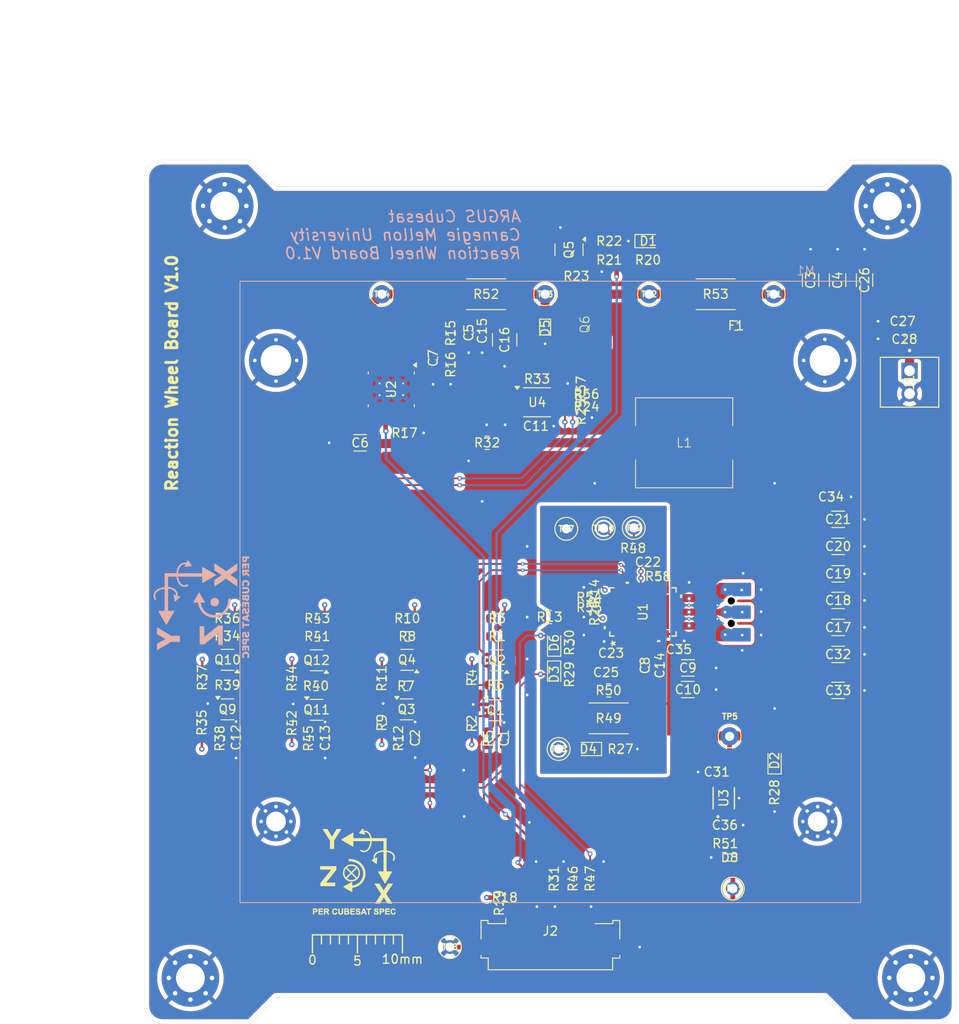
<source format=kicad_pcb>
(kicad_pcb (version 20240108) (generator "pcbnew") (generator_version "8.0")
  (title_block (title "Argus Reaction Wheel Board") (date "2025-03-24") (rev "1.0"))
  (layers (0 "F.Cu" signal) (1 "In1.Cu" signal) (2 "In2.Cu" signal) (31 "B.Cu" signal) (34 "B.Paste" user) (35 "F.Paste" user) (36 "B.SilkS" user "B.Silkscreen") (37 "F.SilkS" user "F.Silkscreen") (38 "B.Mask" user) (39 "F.Mask" user) (44 "Edge.Cuts" user))
  (net 0 "")
  (net 1 "GND")
  (net 2 "Net-(Q1B-G)")
  (net 3 "Net-(Q3B-G)")
  (net 4 "/Power/SWITCHED_POWER")
  (net 5 "/Power/eFUSED_POWER")
  (net 6 "Net-(U2-dVdt)")
  (net 7 "Net-(U1-CPH)")
  (net 8 "Net-(U1-CPL)")
  (net 9 "VM")
  (net 10 "Net-(U4-TIMER)")
  (net 11 "Net-(Q9B-G)")
  (net 12 "Net-(Q11B-G)")
  (net 13 "/Motor/VCP")
  (net 14 "AGND")
  (net 15 "AVDD")
  (net 16 "DVDD")
  (net 17 "VBK")
  (net 18 "Net-(D1-A)")
  (net 19 "Net-(D2-K)")
  (net 20 "Net-(D3-K)")
  (net 21 "Net-(D4-K)")
  (net 22 "/Connectors/RW_MOTOR_ALRM")
  (net 23 "Net-(D6-K)")
  (net 24 "/Power/FUSED_POWER")
  (net 25 "Net-(J2-Pin_7)")
  (net 26 "Net-(J2-Pin_9)")
  (net 27 "/Connectors/SCL")
  (net 28 "/Connectors/RW_EN")
  (net 29 "/Connectors/SDA")
  (net 30 "Net-(J2-Pin_8)")
  (net 31 "Net-(Q1A-G)")
  (net 32 "Net-(Q1A-D)")
  (net 33 "/Motor/I2C Bus Protection 1/SCL_DEVICE")
  (net 34 "Net-(Q2A-B1)")
  (net 35 "Net-(Q3A-D)")
  (net 36 "Net-(Q3A-G)")
  (net 37 "/Motor/I2C Bus Protection 1/SDA_DEVICE")
  (net 38 "Net-(Q4A-B1)")
  (net 39 "Net-(Q5-G)")
  (net 40 "Net-(Q5-D)")
  (net 41 "Net-(Q10B-B2)")
  (net 42 "Net-(Q9A-G)")
  (net 43 "Net-(Q10A-B1)")
  (net 44 "/Power/I2C Bus Protection 2/SCL_DEVICE")
  (net 45 "Net-(Q11A-G)")
  (net 46 "Net-(Q11A-D)")
  (net 47 "/Power/I2C Bus Protection 2/SDA_DEVICE")
  (net 48 "Net-(Q12A-B1)")
  (net 49 "+3V3")
  (net 50 "/Motor/DIR")
  (net 51 "Net-(U2-EN{slash}UVLO)")
  (net 52 "Net-(U2-ILM)")
  (net 53 "/Power/A0")
  (net 54 "/Power/A1")
  (net 55 "/Connectors/RW_MOTOR_FLT")
  (net 56 "/Connectors/RW_POWER_FLT")
  (net 57 "Net-(U4-ON)")
  (net 58 "/Motor/FG")
  (net 59 "/Motor/SW_BUCK")
  (net 60 "/Motor/FB_BUCK")
  (net 63 "Net-(U1-SPEED{slash}WAKE)")
  (net 64 "unconnected-(U1-ALARM-Pad39)")
  (net 65 "Net-(M1-A)")
  (net 68 "Net-(M1-C)")
  (net 72 "Net-(M1-B)")
  (net 73 "/Connectors/3V3_LDO")
  (net 74 "LOCAL_3V3")
  (net 75 "SYS_3V3")
  (net 76 "/Power/MON_POWER")
  (net 77 "/Motor/BRAKE")
  (net 80 "VMAIN")
  (net 81 "Net-(U1-DRVOFF)")
  (footprint "Package_TO_SOT_SMD:SOT-363_SC-70-6" (layer "F.Cu") (at 102.2 106.6)
    (property "Reference" "Q9")
    (property "Value" "NX3008NBKS")
  )
  (footprint "Resistor_SMD:R_0402_1005Metric_Pad0.72x0.64mm_HandSolder" (layer "F.Cu") (at 140.6 125.4025 90)
    (property "Reference" "R46")
    (property "Value" "0R")
  )
  (footprint "Diode_SMD:Nexperia_DSN1608-2_1.6x0.8mm" (layer "F.Cu") (at 137.5 64.285 -90)
    (property "Reference" "D5")
    (property "Value" "10V")
  )
  (footprint "Resistor_SMD:R_0402_1005Metric_Pad0.72x0.64mm_HandSolder" (layer "F.Cu") (at 142.4025 94.15)
    (property "Reference" "R54")
    (property "Value" "0R")
  )
  (footprint "Capacitor_SMD:C_1206_3216Metric_Pad1.33x1.80mm_HandSolder" (layer "F.Cu") (at 170.0625 104.5 180)
    (property "Reference" "C33")
    (property "Value" "10u")
  )
  (footprint "Capacitor_SMD:C_0603_1608Metric" (layer "F.Cu") (at 150.25 101.725 -90)
    (property "Reference" "C14")
    (property "Value" "1u")
  )
  (footprint "LED_SMD:LED_0603_1608Metric" (layer "F.Cu") (at 148.9625 54.6)
    (property "Reference" "D1")
    (property "Value" "GREEN")
  )
  (footprint "Argus_RW_Library:KEYSTONE_5001" (layer "F.Cu") (at 139.85 86.55 -90)
    (property "Reference" "TP7")
    (property "Value" "~")
  )
  (footprint "Resistor_SMD:R_0402_1005Metric_Pad0.72x0.64mm_HandSolder" (layer "F.Cu") (at 142.0975 71.6 180)
    (property "Reference" "R56")
    (property "Value" "0R")
  )
  (footprint "Capacitor_SMD:C_1206_3216Metric_Pad1.33x1.80mm_HandSolder" (layer "F.Cu") (at 170.0625 88.5 180)
    (property "Reference" "C20")
    (property "Value" "47u")
  )
  (footprint "Capacitor_SMD:C_0603_1608Metric" (layer "F.Cu") (at 144.275 102.5 180)
    (property "Reference" "C25")
    (property "Value" "22u")
  )
  (footprint "Resistor_SMD:R_0603_1608Metric" (layer "F.Cu") (at 119.35 103.175 -90)
    (property "Reference" "R11")
    (property "Value" "10k")
  )
  (footprint "Resistor_SMD:R_0603_1608Metric" (layer "F.Cu") (at 140.2 99.175 90)
    (property "Reference" "R30")
    (property "Value" "470")
  )
  (footprint "MountingHole:MountingHole_3.2mm_M3_Pad_Via" (layer "F.Cu") (at 98.075 136.426)
    (property "Reference" "H3" (hide yes))
    (property "Value" "MountingHole_Pad" (hide yes))
  )
  (footprint "Resistor_SMD:R_0603_1608Metric" (layer "F.Cu") (at 109.35 103.175 -90)
    (property "Reference" "R44")
    (property "Value" "10k")
  )
  (footprint "Capacitor_SMD:C_1206_3216Metric_Pad1.33x1.80mm_HandSolder" (layer "F.Cu") (at 173 58.9375 -90)
    (property "Reference" "C26")
    (property "Value" "10u")
  )
  (footprint "Resistor_SMD:R_0603_1608Metric" (layer "F.Cu") (at 157.525 121.5 180)
    (property "Reference" "R51")
    (property "Value" "0R")
  )
  (footprint "Capacitor_SMD:C_0603_1608Metric" (layer "F.Cu") (at 148.925 90.25 180)
    (property "Reference" "C22")
    (property "Value" "1u")
  )
  (footprint "Resistor_SMD:R_0603_1608Metric" (layer "F.Cu") (at 145.875 111)
    (property "Reference" "R27")
    (property "Value" "1k")
  )
  (footprint "Argus-Miscellaneous:PowerPAK SO-8" (layer "F.Cu") (at 142.415 63.86 90)
    (property "Reference" "Q6")
    (property "Value" "SiRA99DP")
  )
  (footprint "Resistor_SMD:R_0402_1005Metric_Pad0.72x0.64mm_HandSolder" (layer "F.Cu") (at 142.4025 95.3)
    (property "Reference" "R55")
    (property "Value" "0R")
  )
  (footprint "Package_TO_SOT_SMD:SOT-363_SC-70-6" (layer "F.Cu") (at 112.1 101.15 180)
    (property "Reference" "Q12")
    (property "Value" "MBT2222ADW1T1")
  )
  (footprint "Capacitor_SMD:C_1206_3216Metric_Pad1.33x1.80mm_HandSolder" (layer "F.Cu") (at 153.3625 102 180)
    (property "Reference" "C9")
    (property "Value" "47u")
  )
  (footprint "Resistor_SMD:R_0603_1608Metric" (layer "F.Cu") (at 144.625 56.7)
    (property "Reference" "R21")
    (property "Value" "10k")
  )
  (footprint "Fuse:Fuse_0603_1608Metric" (layer "F.Cu") (at 158.7125 64)
    (property "Reference" "F1")
    (property "Value" "3000mA")
  )
  (footprint "Resistor_SMD:R_0603_1608Metric" (layer "F.Cu") (at 140.975 58.5)
    (property "Reference" "R23")
    (property "Value" "10k")
  )
  (footprint "Package_TO_SOT_SMD:SOT-363_SC-70-6" (layer "F.Cu") (at 112.1 106.65)
    (property "Reference" "Q11")
    (property "Value" "NX3008NBKS")
  )
  (footprint "Argus_RW_Library:VQFN40_RGF_TEX" (layer "F.Cu") (at 148.372 95.78 90)
    (property "Reference" "U1")
    (property "Value" "MCF8315C1VQRGFRQ1")
  )
  (footprint "Argus_RW_Library:WDFN6-2x2_511BR_OSI" (layer "F.Cu") (at 157.350001 116.4533 90)
    (property "Reference" "U3")
    (property "Value" "NCP730BMT330TBG")
  )
  (footprint "Capacitor_SMD:C_0603_1608Metric" (layer "F.Cu") (at 132.95 109.775 -90)
    (property "Reference" "C1")
    (property "Value" "10nF")
  )
  (footprint "Resistor_SMD:R_0603_1608Metric" (layer "F.Cu") (at 136.6 69.9)
    (property "Reference" "R33")
    (property "Value" "1K")
  )
  (footprint "Capacitor_SMD:C_1206_3216Metric_Pad1.33x1.80mm_HandSolder" (layer "F.Cu") (at 170.0625 85.5 180)
    (property "Reference" "C21")
    (property "Value" "47u")
  )
  (footprint "Resistor_SMD:R_0603_1608Metric" (layer "F.Cu") (at 127 68.325 -90)
    (property "Reference" "R16")
    (property "Value" "11k")
  )
  (footprint "Argus_RW_Library:KEYSTONE_5001" (layer "F.Cu") (at 137.5 60.5)
    (property "Reference" "TP3")
    (property "Value" "~")
  )
  (footprint "Capacitor_SMD:C_0603_1608Metric" (layer "F.Cu") (at 103.15 109.725 -90)
    (property "Reference" "C12")
    (property "Value" "10nF")
  )
  (footprint "Capacitor_SMD:C_0603_1608Metric" (layer "F.Cu") (at 136.475 75.15 180)
    (property "Reference" "C11")
    (property "Value" "3n3")
  )
  (footprint "Argus_RW_Library:HCM1A1104V2" (layer "F.Cu") (at 152.95 77)
    (property "Reference" "L1")
    (property "Value" "1UH")
  )
  (footprint "Capacitor_SMD:C_0603_1608Metric" (layer "F.Cu") (at 123.05 109.775 -90)
    (property "Reference" "C2")
    (property "Value" "10nF")
  )
  (footprint "MountingHole:MountingHole_3.2mm_M3_Pad_Via" (layer "F.Cu") (at 178.145 136.416)
    (property "Reference" "H4" (hide yes))
    (property "Value" "MountingHole_Pad" (hide yes))
  )
  (footprint "Resistor_SMD:R_0603_1608Metric" (layer "F.Cu") (at 163 115.825 -90)
    (property "Reference" "R28")
    (property "Value" "4k7")
  )
  (footprint "Argus_RW_Library:KEYSTONE_5001" (layer "F.Cu") (at 126.909 132.991)
    (property "Reference" "TP8")
    (property "Value" "~")
  )
  (footprint "Resistor_SMD:R_0603_1608Metric" (layer "F.Cu") (at 121.875 75.9)
    (property "Reference" "R17")
    (property "Value" "453R")
  )
  (footprint "Capacitor_SMD:C_0603_1608Metric" (layer "F.Cu") (at 148.6 101.725 90)
    (property "Reference" "C8")
    (property "Value" "47nF")
  )
  (footprint "Resistor_SMD:R_2512_6332Metric_Pad1.40x3.35mm_HandSolder" (layer "F.Cu") (at 156.45 60.5)
    (property "Reference" "R53")
    (property "Value" "0R")
  )
  (footprint "Resistor_SMD:R_0402_1005Metric_Pad0.72x0.64mm_HandSolder" (layer "F.Cu") (at 143 93.5525 90)
    (property "Reference" "R14")
    (property "Value" "0R")
  )
  (footprint "Capacitor_SMD:C_1206_3216Metric_Pad1.33x1.80mm_HandSolder" (layer "F.Cu") (at 170.0625 94.5 180)
    (property "Reference" "C18")
    (property "Value" "47u")
  )
  (footprint "Capacitor_SMD:C_0603_1608Metric" (layer "F.Cu") (at 177.225 63.5)
    (property "Reference" "C27")
    (property "Value" "1u")
  )
  (footprint "Package_SO:MSOP-10_3x3mm_P0.5mm" (layer "F.Cu") (at 136.6125 72.5)
    (property "Reference" "U4")
    (property "Value" "ADM1176-1ARMZ-R7")
  )
  (footprint "Resistor_SMD:R_0402_1005Metric_Pad0.72x0.64mm_HandSolder" (layer "F.Cu") (at 138.5 125.4025 90)
    (property "Reference" "R31")
    (property "Value" "0R")
  )
  (footprint "Package_SO:Texas_R-PDSO-G8_EP2.95x4.9mm_Mask2.4x3.1mm_ThermalVias" (layer "F.Cu") (at 120.405 71.0625 -90)
    (property "Reference" "U2")
    (property "Value" "TPS259621DDA")
  )
  (footprint "Resistor_SMD:R_2512_6332Metric_Pad1.40x3.35mm_HandSolder" (layer "F.Cu") (at 130.95 60.5)
    (property "Reference" "R52")
    (property "Value" "0R")
  )
  (footprint "Argus_RW_Library:KEYSTONE_5001" (layer "F.Cu") (at 158.35 126.5 180)
    (property "Reference" "TP11")
    (property "Value" "~")
  )
  (footprint "Capacitor_SMD:C_0603_1608Metric" (layer "F.Cu") (at 129 64.775 90)
    (property "Reference" "C5")
    (property "Value" "1u")
  )
  (footprint "MountingHole:MountingHole_3.2mm_M3_Pad_Via" (layer "F.Cu") (at 175.535 50.706)
    (property "Reference" "H2" (hide yes))
    (property "Value" "MountingHole_Pad" (hide yes))
  )
  (footprint "Capacitor_SMD:C_0603_1608Metric" (layer "F.Cu") (at 144.825 100.35)
    (property "Reference" "C23")
    (property "Value" "1u")
  )
  (footprint "Capacitor_SMD:C_1206_3216Metric_Pad1.33x1.80mm_HandSolder" (layer "F.Cu") (at 170.0625 97.5 180)
    (property "Reference" "C17")
    (property "Value" "47u")
  )
  (footprint "Resistor_SMD:R_0603_1608Metric" (layer "F.Cu") (at 127 64.825 -90)
    (property "Reference" "R15")
    (property "Value" "51k")
  )
  (footprint "Resistor_SMD:R_0603_1608Metric" (layer "F.Cu") (at 109.35 108.125 90)
    (property "Reference" "R42")
    (property "Value" "100k")
  )
  (footprint "Resistor_SMD:R_0805_2012Metric_Pad1.20x1.40mm_HandSolder" (layer "F.Cu") (at 144.55 104.5 180)
    (property "Reference" "R50")
    (property "Value" "0R")
  )
  (footprint "Resistor_SMD:R_0603_1608Metric" (layer "F.Cu") (at 101.35 109.825 -90)
    (property "Reference" "R38")
    (property "Value" "200k")
  )
  (footprint "Resistor_SMD:R_0603_1608Metric" (layer "F.Cu") (at 111.2 109.825 -90)
    (property "Reference" "R45")
    (property "Value" "200k")
  )
  (footprint "Capacitor_SMD:C_1206_3216Metric_Pad1.33x1.80mm_HandSolder" (layer "F.Cu") (at 170 58.9375 -90)
    (property "Reference" "C4")
    (property "Value" "47u")
  )
  (footprint "Resistor_SMD:R_0603_1608Metric" (layer "F.Cu") (at 102.175 98.45 180)
    (property "Reference" "R34")
    (property "Value" "680R")
  )
  (footprint "Resistor_SMD:R_0805_2012Metric_Pad1.20x1.40mm_HandSolder" (layer "F.Cu") (at 138 96.35 180)
    (property "Reference" "R13")
    (property "Value" "0R")
  )
  (footprint "Resistor_SMD:R_0402_1005Metric_Pad0.72x0.64mm_HandSolder" (layer "F.Cu") (at 150.05 91.85)
    (property "Reference" "R58")
    (property "Value" "0R" (hide yes))
  )
  (footprint "Resistor_SMD:R_0402_1005Metric_Pad0.72x0.64mm_HandSolder" (layer "F.Cu") (at 141.5 73.5975 90)
    (property "Reference" "R25")
    (property "Value" "0R")
  )
  (footprint "MountingHole:MountingHole_3.2mm_M3_Pad_Via" (layer "F.Cu") (at 101.88954 50.69568)
    (property "Reference" "H1" (hide yes))
    (property "Value" "MountingHole_Pad" (hide yes))
  )
  (footprint "Argus_RW_Library:KEYSTONE_5001" (layer "F.Cu") (at 162.9 60.5)
    (property "Reference" "TP1")
    (property "Value" "~")
  )
  (footprint "Capacitor_SMD:C_0603_1608Metric" (layer "F.Cu") (at 113.05 109.775 -90)
    (property "Reference" "C13")
    (property "Value" "10nF")
  )
  (footprint "Resistor_SMD:R_0402_1005Metric_Pad0.72x0.64mm_HandSolder" (layer "F.Cu") (at 132.4 128.0975 -90)
    (property "Reference" "R19")
    (property "Value" "0R")
  )
  (footprint "Resistor_SMD:R_0402_1005Metric_Pad0.72x0.64mm_HandSolder" (layer "F.Cu") (at 142.5 125.4025 90)
    (property "Reference" "R47")
    (property "Value" "0R")
  )
  (footprint "Capacitor_SMD:C_0603_1608Metric" (layer "F.Cu") (at 169.275 83 180)
    (property "Reference" "C34")
    (property "Value" "1u")
  )
  (footprint "Resistor_SMD:R_0402_1005Metric_Pad0.72x0.64mm_HandSolder" (layer "F.Cu") (at 143 95.8975 -90)
    (property "Reference" "R26")
    (property "Value" "0R")
  )
  (footprint "Resistor_SMD:R_0603_1608Metric" (layer "F.Cu") (at 132.175 98.5 180)
    (property "Reference" "R1")
    (property "Value" "680R")
  )
  (footprint "Resistor_SMD:R_0603_1608Metric" (layer "F.Cu") (at 102.175 103.9)
    (property "Reference" "R39")
    (property "Value" "0R")
  )
  (footprint "LED_SMD:LED_0603_1608Metric" (layer "F.Cu") (at 138.5 99.2125 90)
    (property "Reference" "D6")
    (property "Value" "RED LED")
  )
  (footprint "Resistor_SMD:R_0603_1608Metric" (layer "F.Cu") (at 122.025 104)
    (property "Reference" "R7")
    (property "Value" "0R")
  )
  (footprint "Capacitor_SMD:C_1206_3216Metric_Pad1.33x1.80mm_HandSolder" (layer "F.Cu") (at 170.0625 91.55 180)
    (property "Reference" "C19")
    (property "Value" "47u")
  )
  (footprint "Resistor_SMD:R_0402_1005Metric_Pad0.72x0.64mm_HandSolder" (layer "F.Cu") (at 133.0025 127.5)
    (property "Reference" "R18")
    (property "Value" "0R")
  )
  (footprint "Package_TO_SOT_SMD:SOT-363_SC-70-6" (layer "F.Cu") (at 122.15 101.1 180)
    (property "Reference" "Q4")
    (property "Value" "MBT2222ADW1T1")
  )
  (footprint "Resistor_SMD:R_0603_1608Metric" (layer "F.Cu") (at 148.925 56.7)
    (property "Reference" "R20")
    (property "Value" "2.7k")
  )
  (footprint "Capacitor_SMD:C_0402_1005Metric_Pad0.74x0.62mm_HandSolder" (layer "F.Cu") (at 177.4325 65.5)
    (property "Reference" "C28")
    (property "Value" "100n")
  )
  (footprint "Package_TO_SOT_SMD:SOT-363_SC-70-6" (layer "F.Cu") (at 122.1 106.6)
    (property "Reference" "Q3")
    (property "Value" "NX3008NBKS")
  )
  (footprint "Resistor_SMD:R_0805_2012Metric_Pad1.20x1.40mm_HandSolder" (layer "F.Cu") (at 131.05 77 180)
    (property "Reference" "R32")
    (property "Value" "0.01R")
  )
  (footprint "Capacitor_SMD:C_0603_1608Metric" (layer "F.Cu") (at 157.475 119.45)
    (property "Reference" "C36")
    (property "Value" "10uF")
  )
  (footprint "Capacitor_SMD:C_1206_3216Metric_Pad1.33x1.80mm_HandSolder" (layer "F.Cu") (at 153.3625 104.4 180)
    (property "Reference" "C10")
    (property "Value" "47u")
  )
  (footprint "Diode_SMD:D_SOD-923" (layer "F.Cu") (at 157.93 123.05 180)
    (property "Reference" "D8")
    (property "Value" "ESD9X3.3ST5G")
  )
  (footprint "Argus_RW_Library:KEYSTONE_5001" (layer "F.Cu") (at 158 109.6)
    (property "Reference" "TP5")
    (property "Value" "~")
  )
  (footprint "LED_SMD:LED_0603_1608Metric" (layer "F.Cu") (at 163 112.2875 90)
    (property "Reference" "D2")
    (property "Value" "GREEN LED")
  )
  (footprint "Resistor_SMD:R_0603_1608Metric" (layer "F.Cu") (at 131.2 109.825 -90)
    (property "Reference" "R5")
    (property "Value" "200k")
  )
  (footprint "Resistor_SMD:R_0603_1608Metric" (layer "F.Cu") (at 112.175 98.5 180)
    (property "Reference" "R41")
    (property "Value" "680R")
  )
  (footprint "Resistor_SMD:R_0603_1608Metric" (layer "F.Cu") (at 129.35 103.075 -90)
    (property "Reference" "R4")
    (property "Value" "10k")
  )
  (footprint "Resistor_SMD:R_0603_1608Metric" (layer "F.Cu") (at 122.175 96.5 180)
    (property "Reference" "R10")
    (property "Value" "10k")
  )
  (footprint "Capacitor_SMD:C_0402_1005Metric_Pad0.74x0.62mm_HandSolder" (layer "F.Cu") (at 152.3675 99.95 180)
    (property "Reference" "C35")
    (property "Value" "100n")
  )
  (footprint "Resistor_SMD:R_0603_1608Metric" (layer "F.Cu") (at 112.175 96.5 180)
    (property "Reference" "R43")
    (property "Value" "10k")
  )
  (footprint "Capacitor_SMD:C_1206_3216Metric_Pad1.33x1.80mm_HandSolder" (layer "F.Cu") (at 167 58.9375 -90)
    (property "Reference" "C3")
    (property "Value" "47u")
  )
  (footprint "Resistor_SMD:R_0603_1608Metric" (layer "F.Cu") (at 140.2 102.725 -90)
    (property "Reference" "R29")
    (property "Value" "1k")
  )
  (footprint "Capacitor_SMD:C_1206_3216Metric_Pad1.33x1.80mm_HandSolder" (layer "F.Cu") (at 116.9375 77)
    (property "Reference" "C6")
    (property "Value" "10u")
  )
  (footprint "Resistor_SMD:R_0402_1005Metric_Pad0.72x0.64mm_HandSolder" (layer "F.Cu") (at 141.5 71.0025 -90)
    (property "Reference" "R57")
    (property "Value" "0R")
  )
  (footprint "Capacitor_SMD:C_1206_3216Metric_Pad1.33x1.80mm_HandSolder" (layer "F.Cu") (at 170.0625 100.5 180)
    (property "Reference" "C32")
    (property "Value" "47u")
  )
  (footprint "Resistor_SMD:R_2512_6332Metric_Pad1.40x3.35mm_HandSolder" (layer "F.Cu") (at 144.55 107.6)
    (property "Reference" "R49")
    (property "Value" "22R")
  )
  (footprint "Resistor_SMD:R_0603_1608Metric" (layer "F.Cu") (at 99.35 108.075 90)
    (property "Reference" "R35")
    (property "Value" "100k")
  )
  (footprint "Resistor_SMD:R_0603_1608Metric" (layer "F.Cu") (at 144.625 54.6 180)
    (property "Reference" "R22")
    (property "Value" "4k7")
  )
  (footprint "Resistor_SMD:R_0603_1608Metric" (layer "F.Cu") (at 112.025 104)
    (property "Reference" "R40")
    (property "Value" "0R")
  )
  (footprint "Argus_RW_Library:KEYSTONE_5001" (layer "F.Cu") (at 149.05 60.5)
    (property "Reference" "TP2")
    (property "Value" "~")
  )
  (footprint "Resistor_SMD:R_0603_1608Metric" (layer "F.Cu") (at 129.35 108.175 90)
    (property "Reference" "R2")
    (property "Value" "100k")
  )
  (footprint "Package_TO_SOT_SMD:SOT-23" (layer "F.Cu") (at 140.15 55.5625 -90)
    (property "Reference" "Q5")
    (property "Value" "IRLML2803")
  )
  (footprint "Argus_RW_Library:KEYSTONE_5001" (layer "F.Cu") (at 139 111)
    (property "Reference" "TP6")
    (property "Value" "~")
  )
  (footprint "Capacitor_SMD:C_0402_1005Metric_Pad0.74x0.62mm_HandSolder" (layer "F.Cu") (at 130.5 64.5675 90)
    (property "Reference" "C15")
    (property "Value" "0.1u")
  )
  (footprint "Argus-Connectors:TE_282834-2" (layer "F.Cu") (at 178 70.27 -90)
    (property "Reference" "J1")
    (property "Value" "282834-2")
  )
  (footprint "Resistor_SMD:R_0603_1608Metric" (layer "F.Cu") (at 122.175 98.5 180)
    (property "Reference" "R8")
    (property "Value" "680R")
  )
  (footprint "Argus_RW_Library:KEYSTONE_5001" (layer "F.Cu") (at 147.35 86.45 -90)
    (property "Reference" "TP9")
    (property "Value" "~")
  )
  (footprint "Package_TO_SOT_SMD:SOT-363_SC-70-6" (layer "F.Cu") (at 132 106.7)
    (property "Reference" "Q1")
    (property "Value" "NX3008NBKS")
  )
  (footprint "LED_SMD:LED_0603_1608Metric" (layer "F.Cu") (at 138.5 102.7125 -90)
    (property "Reference" "D3")
    (property "Value" "RED LED")
  )
  (footprint "Resistor_SMD:R_0603_1608Metric" (layer "F.Cu") (at 132.025 103.9)
    (property "Reference" "R6")
    (property "Value" "0R")
  )
  (footprint "Resistor_SMD:R_0603_1608Metric" (layer "F.Cu") (at 102.175 96.5 180)
    (property "Reference" "R36")
    (property "Value" "10k")
  )
  (footprint "LED_SMD:LED_0603_1608Metric" (layer "F.Cu") (at 142.2875 111 180)
    (property "Reference" "D4")
    (property "Value" "GREEN LED")
  )
  (footprint "Capacitor_SMD:C_0603_1608Metric" (layer "F.Cu") (at 125.05 67.6 -90)
    (property "Reference" "C7")
    (property "Value" "10n")
  )
  (footprint "Package_TO_SOT_SMD:SOT-363_SC-70-6" (layer "F.Cu") (at 102.2 101.1 180)
    (property "Reference" "Q10")
    (property "Value" "MBT2222ADW1T1")
  )
  (footprint "Resistor_SMD:R_0603_1608Metric" (layer "F.Cu") (at 119.35 108.075 90)
    (property "Reference" "R9")
    (property "Value" "100k")
  )
  (footprint "Calibration_Scale:Gauge_10mm_Type1_SilkScreenTop" (layer "F.Cu") (at 111.63751 131.63801)
    (property "Reference" "REF**" (hide yes))
    (property "Value" "Gauge_10mm_Type1_SilkScreenTop" (hide yes))
  )
  (footprint "Argus-Connectors:Molex_200528-0100_1x10-1MP_P1.00mm_Horizontal" (layer "F.Cu") (at 138.085 131.213)
    (property "Reference" "J2")
    (property "Value" "200528-0100")
  )
  (footprint "Capacitor_SMD:C_0603_1608Metric" (layer "F.Cu") (at 156.575 113.55 180)
    (property "Reference" "C31")
    (property "Value" "10uF")
  )
  (footprint "Resistor_SMD:R_0603_1608Metric" (layer "F.Cu") (at 132.175 96.5 180)
    (property "Reference" "R3")
    (property "Value" "10k")
  )
  (footprint "Argus_RW_Library:KEYSTONE_5001" (layer "F.Cu") (at 119.35 60.5)
    (property "Reference" "TP4")
    (property "Value" "~")
  )
  (footprint "Capacitor_SMD:C_1210_3225Metric_Pad1.33x2.70mm_HandSolder" (layer "F.Cu") (at 133 65.5625 -90)
    (property "Reference" "C16")
    (property "Value" "22u")
  )
  (footprint "Resistor_SMD:R_0603_1608Metric" (layer "F.Cu") (at 99.4 103.075 -90)
    (property "Reference" "R37")
    (property "Value" "10k")
  )
  (footprint "Argus_RW_Library:KEYSTONE_5001" (layer "F.Cu") (at 144 86.5 -90)
    (property "Reference" "TP10")
    (property "Value" "~")
  )
  (footprint "Resistor_SMD:R_0402_1005Metric_Pad0.72x0.64mm_HandSolder" (layer "F.Cu") (at 142.0975 73 180)
    (property "Reference" "R24")
    (property "Value" "0R")
  )
  (footprint "Resistor_SMD:R_0603_1608Metric" (layer "F.Cu") (at 121.2 109.825 -90)
    (property "Reference" "R12")
    (property "Value" "200k")
  )
  (footprint "Package_TO_SOT_SMD:SOT-363_SC-70-6" (layer "F.Cu") (at 132.15 101.15 180)
    (property "Reference" "Q2")
    (property "Value" "MBT2222ADW1T1")
  )
  (footprint "Resistor_SMD:R_0603_1608Metric" (layer "F.Cu") (at 147.275 88.7 180)
    (property "Reference" "R48")
    (property "Value" "10k")
  )
  (footprint "Argus_RW_Library:Reaction_Wheel" (layer "B.Cu") (at 138.085 93.555 180)
    (property "Reference" "M1")
    (property "Value" "~")
  )
  (footprint "mainboard:XYZ_cubesat-bot" (layer "B.Cu") (at 116.3 124.6 180)
    (property "Reference" "REF**" (hide yes))
    (property "Value" "Val**" (hide yes))
  )
  (footprint "mainboard:XYZ_cubesat-top" (layer "B.Cu") (at 99.697519 95.18015 -90)
    (property "Reference" "REF**" (hide yes))
    (property "Value" "Val**" (hide yes))
  )
  (gr_arc (start 95 141.5) (mid 93.585805 140.914201) (end 93 139.5) (stroke (width 0.0254)) (layer "Edge.Cuts"))
  (gr_arc (start 181.16954 45.61568) (mid 182.583754 46.201466) (end 183.16954 47.61568) (stroke (width 0.0254)) (layer "Edge.Cuts"))
  (gr_line (start 107.60454 48.53668) (end 168.56454 48.53668) (stroke (width 0.05)) (layer "Edge.Cuts"))
  (gr_arc (start 93 47.615) (mid 93.585783 46.200795) (end 95 45.615) (stroke (width 0.0254)) (layer "Edge.Cuts"))
  (gr_arc (start 183.17 139.5) (mid 182.58421 140.914222) (end 181.17 141.5) (stroke (width 0.0254)) (layer "Edge.Cuts"))
  (gr_line (start 171.48554 45.61568) (end 181.16954 45.61568) (stroke (width 0.0254)) (layer "Edge.Cuts"))
  (gr_line (start 104.68354 141.50068) (end 94.99954 141.50068) (stroke (width 0.0254)) (layer "Edge.Cuts"))
  (gr_line (start 104.68354 141.50068) (end 107.60454 138.57968) (stroke (width 0.0254)) (layer "Edge.Cuts"))
  (gr_line (start 93 47.615) (end 93 139.5) (stroke (width 0.0254)) (layer "Edge.Cuts"))
  (gr_line (start 168.56454 138.57968) (end 171.48554 141.50068) (stroke (width 0.0254)) (layer "Edge.Cuts"))
  (gr_line (start 183.17 139.5) (end 183.17 47.615) (stroke (width 0.0254)) (layer "Edge.Cuts"))
  (gr_line (start 107.60454 48.53668) (end 104.68354 45.61568) (stroke (width 0.0254)) (layer "Edge.Cuts"))
  (gr_line (start 168.56454 138.57968) (end 107.60454 138.57968) (stroke (width 0.0254)) (layer "Edge.Cuts"))
  (gr_line (start 104.68354 45.61568) (end 94.99954 45.61568) (stroke (width 0.0254)) (layer "Edge.Cuts"))
  (gr_line (start 171.48554 141.50068) (end 181.16954 141.50068) (stroke (width 0.0254)) (layer "Edge.Cuts"))
  (gr_line (start 171.48554 45.61568) (end 168.56454 48.53668) (stroke (width 0.0254)) (layer "Edge.Cuts"))
  (gr_text "ARGUS Cubesat\nCarnegie Mellon University\nReaction Wheel Board V1.0" (at 134.95 56.7 0) (layer "B.SilkS") (effects (font (size 1.27 1.27) (thickness 0.1778) (italic yes)) (justify left bottom mirror)))
  (gr_text "Reaction Wheel Board V1.0" (at 96.75 82.55 90) (layer "F.SilkS") (effects (font (size 1.27 1.27) (thickness 0.3048) (bold yes)) (justify left bottom)))
  (segment (start 103.15 112) (end 103.15 110.5) (width 0.2032) (layer "F.Cu") (net 1))
  (segment (start 101.25 105.95) (end 100 105.95) (width 0.2032) (layer "F.Cu") (net 1))
  (segment (start 123.05 107.25) (end 123.05 108) (width 0.2032) (layer "F.Cu") (net 1))
  (segment (start 130.5 67) (end 130.5 65.135) (width 0.508) (layer "F.Cu") (net 1))
  (segment (start 123.05 110.55) (end 123.05 111.95) (width 0.2032) (layer "F.Cu") (net 1))
  (segment (start 132.95 108.048985) (end 132.95 107.35) (width 0.2032) (layer "F.Cu") (net 1))
  (segment (start 155.8 113.55) (end 154.5 113.55) (width 0.508) (layer "F.Cu") (net 1))
  (segment (start 171.625 85.5) (end 173 85.5) (width 0.508) (layer "F.Cu") (net 1))
  (segment (start 140.005 70.405) (end 140 70.4) (width 0.2032) (layer "F.Cu") (net 1))
  (segment (start 125.05 68.375) (end 125.05 70.5) (width 0.508) (layer "F.Cu") (net 1))
  (segment (start 158.25 119.45) (end 159.5 119.45) (width 0.508) (layer "F.Cu") (net 1))
  (segment (start 137.25 74.085252) (end 136.164748 73) (width 0.2) (layer "F.Cu") (net 1))
  (segment (start 157.350001 116.4533) (end 159.0467 116.4533) (width 0.508) (layer "F.Cu") (net 1))
  (segment (start 141.5 74.195) (end 142.695 74.195) (width 0.2032) (layer "F.Cu") (net 1))
  (segment (start 147.997 133.003) (end 148 133) (width 0.508) (layer "F.Cu") (net 1))
  (segment (start 136.164748 73) (end 134.5 73) (width 0.2) (layer "F.Cu") (net 1))
  (segment (start 135.5 96.35) (end 137 96.35) (width 0.254) (layer "F.Cu") (net 1))
  (segment (start 171.625 97.5) (end 173 97.5) (width 0.508) (layer "F.Cu") (net 1))
  (segment (start 154.925 104.4) (end 156.5 104.4) (width 0.508) (layer "F.Cu") (net 1))
  (segment (start 171.625 88.5) (end 173 88.5) (width 0.508) (layer "F.Cu") (net 1))
  (segment (start 126.909 132.991) (end 130.773 132.991) (width 0.508) (layer "F.Cu") (net 1))
  (segment (start 103.15 107.25) (end 103.15 107.95) (width 0.2032) (layer "F.Cu") (net 1))
  (segment (start 127 69.15) (end 127 70.5) (width 0.508) (layer "F.Cu") (net 1))
  (segment (start 138.585 128.5) (end 138.585 130.303) (width 0.508) (layer "F.Cu") (net 1))
  (segment (start 142.585 128.515) (end 142.585 130.2865) (width 0.508) (layer "F.Cu") (net 1))
  (segment (start 170 57.375) (end 170 55.5) (width 0.508) (layer "F.Cu") (net 1))
  (segment (start 171.625 100.5) (end 173 100.5) (width 0.508) (layer "F.Cu") (net 1))
  (segment (start 142.695 74.195) (end 142.7 74.2) (width 0.2032) (layer "F.Cu") (net 1))
  (segment (start 130.773 132.991) (end 130.785 133.003) (width 0.508) (layer "F.Cu") (net 1))
  (segment (start 142.6 128.5) (end 142.585 128.515) (width 0.508) (layer "F.Cu") (net 1))
  (segment (start 137.5 64.885) (end 137.5 66) (width 0.508) (layer "F.Cu") (net 1))
  (segment (start 152.1811 98.2311) (end 151.122693 98.2311) (width 0.2) (layer "F.Cu") (net 1))
  (segment (start 158 117.4566) (end 158 116.593) (width 0.508) (layer "F.Cu") (net 1))
  (segment (start 122.31 68.5) (end 122.31 69.8075) (width 0.508) (layer "F.Cu") (net 1))
  (segment (start 171.625 94.5) (end 173 94.5) (width 0.508) (layer "F.Cu") (net 1))
  (segment (start 122.31 69.8075) (end 121.705 70.4125) (width 0.508) (layer "F.Cu") (net 1))
  (segment (start 159.0467 116.4533) (end 159.05 116.45) (width 0.508) (layer "F.Cu") (net 1))
  (segment (start 176.865 65.5) (end 174.55 65.5) (width 0.508) (layer "F.Cu") (net 1))
  (segment (start 173 57.375) (end 173 55.5) (width 0.508) (layer "F.Cu") (net 1))
  (segment (start 148.175 54.6) (end 146.75 54.6) (width 0.508) (layer "F.Cu") (net 1))
  (segment (start 157.8603 116.4533) (end 157.350001 116.4533) (width 0.508) (layer "F.Cu") (net 1))
  (segment (start 167 57.375) (end 167 55.5) (width 0.508) (layer "F.Cu") (net 1))
  (segment (start 145.385 133.003) (end 147.997 133.003) (width 0.508) (layer "F.Cu") (net 1))
  (segment (start 137.25 75.15) (end 138.45 75.15) (width 0.2) (layer "F.Cu") (net 1))
  (segment (start 153.479811 95.029811) (end 153.5 95.05) (width 0.2) (layer "F.Cu") (net 1))
  (segment (start 153.480189 96.530189) (end 153.5 96.55) (width 0.2) (layer "F.Cu") (net 1))
  (segment (start 152.95 99) (end 152.935 99.015) (width 0.2) (layer "F.Cu") (net 1))
  (segment (start 152.935 99.015) (end 152.935 99.95) (width 0.2) (layer "F.Cu") (net 1))
  (segment (start 151.8264 96.530189) (end 153.480189 96.530189) (width 0.2) (layer "F.Cu") (net 1))
  (segment (start 141.5 70.405) (end 140.005 70.405) (width 0.2032) (layer "F.Cu") (net 1))
  (segment (start 122.7 75.9) (end 124 75.9) (width 0.254) (layer "F.Cu") (net 1))
  (segment (start 143.8 56.7) (end 143.8 58) (width 0.508) (layer "F.Cu") (net 1))
  (segment (start 171.625 91.55) (end 173 91.55) (width 0.508) (layer "F.Cu") (net 1))
  (segment (start 121.15 105.95) (end 119.5 105.95) (width 0.2032) (layer "F.Cu") (net 1))
  (segment (start 152.95 99) (end 152.1811 98.2311) (width 0.2) (layer "F.Cu") (net 1))
  (segment (start 176.45 63.5) (end 174.5 63.5) (width 0.508) (layer "F.Cu") (net 1))
  (segment (start 133 67.125) (end 133 68.5) (width 0.508) (layer "F.Cu") (net 1))
  (segment (start 156.65 95.05) (end 153.5 95.05) (width 0.2) (layer "F.Cu") (net 1))
  (segment (start 157.51 123.05) (end 155.95 123.05) (width 0.508) (layer "F.Cu") (net 1))
  (segment (start 129 65.55) (end 129 67) (width 0.508) (layer "F.Cu") (net 1))
  (segment (start 158 116.593) (end 157.8603 116.4533) (width 0.508) (layer "F.Cu") (net 1))
  (segment (start 163 116.65) (end 163 117.95) (width 0.508) (layer "F.Cu") (net 1))
  (segment (start 170.05 83) (end 171.5 83) (width 0.508) (layer "F.Cu") (net 1))
  (segment (start 171.625 104.5) (end 173 104.5) (width 0.508) (layer "F.Cu") (net 1))
  (segment (start 136.585 128.5) (end 136.585 130.303) (width 0.508) (layer "F.Cu") (net 1))
  (segment (start 131.05 106.05) (end 129.5 106.05) (width 0.2032) (layer "F.Cu") (net 1))
  (segment (start 115.375 77) (end 113.5 77) (width 0.508) (layer "F.Cu") (net 1))
  (segment (start 154.925 102) (end 156.5 102) (width 0.508) (layer "F.Cu") (net 1))
  (segment (start 153.5 96.55) (end 156.65 96.55) (width 0.2) (layer "F.Cu") (net 1))
  (segment (start 174.55 65.5) (end 174.5 65.45) (width 0.508) (layer "F.Cu") (net 1))
  (segment (start 113.05 110.55) (end 113.05 112) (width 0.2032) (layer "F.Cu") (net 1))
  (segment (start 113.05 107.3) (end 113.05 108) (width 0.2032) (layer "F.Cu") (net 1))
  (segment (start 151.8264 95.029811) (end 153.479811 95.029811) (width 0.2) (layer "F.Cu") (net 1))
  (segment (start 132.948985 108.05) (end 132.95 108.048985) (width 0.2032) (layer "F.Cu") (net 1))
  (segment (start 111.15 106) (end 109.5 106) (width 0.2032) (layer "F.Cu") (net 1))
  (segment (start 139.2 54.625) (end 139.2 53.1) (width 0.508) (layer "F.Cu") (net 1))
  (segment (start 137.25 75.15) (end 137.25 74.085252) (width 0.2) (layer "F.Cu") (net 1))
  (via (at 100 105.95) (size 0.508) (drill 0.3) (layers "F.Cu" "B.Cu") (net 1))
  (via (at 129 79) (size 0.6) (drill 0.3) (layers "F.Cu" "B.Cu") (net 1))
  (via (at 109.5 106) (size 0.508) (drill 0.3) (layers "F.Cu" "B.Cu") (net 1))
  (via (at 156.65 96.55) (size 0.4) (drill 0.2) (layers "F.Cu" "B.Cu") (net 1))
  (via (at 142.6 128.5) (size 0.508) (drill 0.3) (layers "F.Cu" "B.Cu") (net 1))
  (via (at 129 67) (size 0.6) (drill 0.3) (layers "F.Cu" "B.Cu") (net 1))
  (via (at 103.15 107.95) (size 0.508) (drill 0.3) (layers "F.Cu" "B.Cu") (net 1))
  (via (at 161.5 98.35) (size 0.6) (drill 0.3) (layers "F.Cu" "B.Cu") (net 1))
  (via (at 136.585 128.5) (size 0.508) (drill 0.3) (layers "F.Cu" "B.Cu") (net 1))
  (via (at 155.95 123.05) (size 0.508) (drill 0.3) (layers "F.Cu" "B.Cu") (net 1))
  (via (at 130.5 67) (size 0.6) (drill 0.3) (layers "F.Cu" "B.Cu") (net 1))
  (via (at 142.7 74.2) (size 0.6) (drill 0.3) (layers "F.Cu" "B.Cu") (net 1))
  (via (at 173 104.5) (size 0.508) (drill 0.3) (layers "F.Cu" "B.Cu") (net 1))
  (via (at 138.45 75.15) (size 0.6) (drill 0.3) (layers "F.Cu" "B.Cu") (net 1))
  (via (at 103.15 112) (size 0.508) (drill 0.3) (layers "F.Cu" "B.Cu") (net 1))
  (via (at 140 70.4) (size 0.6) (drill 0.3) (layers "F.Cu" "B.Cu") (net 1))
  (via (at 119.5 105.95) (size 0.508) (drill 0.3) (layers "F.Cu" "B.Cu") (net 1))
  (via (at 113.5 77) (size 0.6) (drill 0.3) (layers "F.Cu" "B.Cu") (net 1))
  (via (at 156.5 104.4) (size 0.508) (drill 0.3) (layers "F.Cu" "B.Cu") (net 1))
  (via (at 152.95 99) (size 0.6) (drill 0.3) (layers "F.Cu" "B.Cu") (net 1))
  (via (at 159.4 100.05) (size 0.6) (drill 0.3) (layers "F.Cu" "B.Cu") (net 1))
  (via (at 131 75) (size 0.6) (drill 0.3) (layers "F.Cu" "B.Cu") (net 1))
  (via (at 139.55 123.5) (size 0.6) (drill 0.3) (layers "F.Cu" "B.Cu") (net 1))
  (via (at 148 133) (size 0.508) (drill 0.3) (layers "F.Cu" "B.Cu") (net 1))
  (via (at 163 81.5) (size 0.6) (drill 0.3) (layers "F.Cu" "B.Cu") (net 1))
  (via (at 138.585 128.5) (size 0.508) (drill 0.3) (layers "F.Cu" "B.Cu") (net 1))
  (via (at 163 106.5) (size 0.6) (drill 0.3) (layers "F.Cu" "B.Cu") (net 1))
  (via (at 161.5 95.75) (size 0.6) (drill 0.3) (layers "F.Cu" "B.Cu") (net 1))
  (via (at 174.5 65.45) (size 0.6) (drill 0.3) (layers "F.Cu" "B.Cu") (net 1))
  (via (at 139.2 53.1) (size 0.6) (drill 0.3) (layers "F.Cu" "B.Cu") (net 1))
  (via (at 127 70.5) (size 0.6) (drill 0.3) (layers "F.Cu" "B.Cu") (net 1))
  (via (at 125.05 70.5) (size 0.6) (drill 0.3) (layers "F.Cu" "B.Cu") (net 1))
  (via (at 113.05 108) (size 0.508) (drill 0.3) (layers "F.Cu" "B.Cu") (net 1))
  (via (at 143.8 58) (size 0.6) (drill 0.3) (layers "F.Cu" "B.Cu") (net 1))
  (via (at 137.5 66) (size 0.6) (drill 0.3) (layers "F.Cu" "B.Cu") (net 1))
  (via (at 163 117.95) (size 0.508) (drill 0.3) (layers "F.Cu" "B.Cu") (net 1))
  (via (at 161.5 93.3) (size 0.6) (drill 0.3) (layers "F.Cu" "B.Cu") (net 1))
  (via (at 156.65 95.05) (size 0.4) (drill 0.2) (layers "F.Cu" "B.Cu") (net 1))
  (via (at 146.75 54.6) (size 0.6) (drill 0.3) (layers "F.Cu" "B.Cu") (net 1))
  (via (at 173 85.5) (size 0.508) (drill 0.3) (layers "F.Cu" "B.Cu") (net 1))
  (via (at 136.5 123.5) (size 0.6) (drill 0.3) (layers "F.Cu" "B.Cu") (net 1))
  (via (at 135.5 101) (size 0.6) (drill 0.3) (layers "F.Cu" "B.Cu") (net 1))
  (via (at 133.05 75) (size 0.6) (drill 0.3) (layers "F.Cu" "B.Cu") (net 1))
  (via (at 132.948985 108.05) (size 0.6) (drill 0.3) (layers "F.Cu" "B.Cu") (net 1))
  (via (at 173 91.55) (size 0.508) (drill 0.3) (layers "F.Cu" "B.Cu") (net 1))
  (via (at 153.5 96.55) (size 0.4) (drill 0.2) (layers "F.Cu" "B.Cu") (net 1))
  (via (at 128.45 113.35) (size 0.6) (drill 0.3) (layers "F.Cu" "B.Cu") (net 1))
  (via (at 156.5 102) (size 0.508) (drill 0.3) (layers "F.Cu" "B.Cu") (net 1))
  (via (at 129.5 106.05) (size 0.508) (drill 0.3) (layers "F.Cu" "B.Cu") (net 1))
  (via (at 159.05 116.45) (size 0.508) (drill 0.3) (layers "F.Cu" "B.Cu") (net 1))
  (via (at 167 55.5) (size 0.6) (drill 0.3) (layers "F.Cu" "B.Cu") (net 1))
  (via (at 173 55.5) (size 0.6) (drill 0.3) (layers "F.Cu" "B.Cu") (net 1))
  (via (at 135.5 96.35) (size 0.6) (drill 0.3) (layers "F.Cu" "B.Cu") (net 1))
  (via (at 135.5 105) (size 0.6) (drill 0.3) (layers "F.Cu" "B.Cu") (net 1))
  (via (at 173 88.5) (size 0.508) (drill 0.3) (layers "F.Cu" "B.Cu") (net 1))
  (via (at 153.5 95.05) (size 0.4) (drill 0.2) (layers "F.Cu" "B.Cu") (net 1))
  (via (at 135.5 88.5) (size 0.6) (drill 0.3) (layers "F.Cu" "B.Cu") (net 1))
  (via (at 113.05 112) (size 0.508) (drill 0.3) (layers "F.Cu" "B.Cu") (net 1))
  (via (at 128.5 118.5) (size 0.6) (drill 0.3) (layers "F.Cu" "B.Cu") (net 1))
  (via (at 143 81.5) (size 0.6) (drill 0.3) (layers "F.Cu" "B.Cu") (net 1))
  (via (at 173 94.5) (size 0.508) (drill 0.3) (layers "F.Cu" "B.Cu") (net 1))
  (via (at 144 123.5) (size 0.6) (drill 0.3) (layers "F.Cu" "B.Cu") (net 1))
  (via (at 130.5 83.5) (size 0.6) (drill 0.3) (layers "F.Cu" "B.Cu") (net 1))
  (via (at 171.5 83) (size 0.508) (drill 0.3) (layers "F.Cu" "B.Cu") (net 1))
  (via (at 153.5 92.5) (size 0.6) (drill 0.3) (layers "F.Cu" "B.Cu") (net 1))
  (via (at 123.05 108) (size 0.508) (drill 0.3) (layers "F.Cu" "B.Cu") (net 1))
  (via (at 159.5 119.45) (size 0.508) (drill 0.3) (layers "F.Cu" "B.Cu") (net 1))
  (via (at 170 55.5) (size 0.6) (drill 0.3) (layers "F.Cu" "B.Cu") (net 1))
  (via (at 135.75 119.15) (size 0.6) (drill 0.3) (layers "F.Cu" "B.Cu") (net 1))
  (via (at 133 68.5) (size 0.6) (drill 0.3) (layers "F.Cu" "B.Cu") (net 1))
  (via (at 174.5 63.5) (size 0.6) (drill 0.3) (layers "F.Cu" "B.Cu") (net 1))
  (via (at 159.5 91.5) (size 0.6) (drill 0.3) (layers "F.Cu" "B.Cu") (net 1))
  (via (at 173 100.5) (size 0.508) (drill 0.3) (layers "F.Cu" "B.Cu") (net 1))
  (via (at 124 75.9) (size 0.6) (drill 0.3) (layers "F.Cu" "B.Cu") (net 1))
  (via (at 154.5 113.55) (size 0.508) (drill 0.3) (layers "F.Cu" "B.Cu") (net 1))
  (via (at 173 97.5) (size 0.508) (drill 0.3) (layers "F.Cu" "B.Cu") (net 1))
  (via (at 123.05 111.95) (size 0.508) (drill 0.3) (layers "F.Cu" "B.Cu") (net 1))
  (segment (start 132.85 109) (end 132.95 109) (width 0.2032) (layer "F.Cu") (net 2))
  (segment (start 132.55 106.7) (end 132.95 106.7) (width 0.2032) (layer "F.Cu") (net 2))
  (segment (start 132.95 109) (end 132.3 108.35) (width 0.2032) (layer "F.Cu") (net 2))
  (segment (start 132.3 106.95) (end 132.55 106.7) (width 0.2032) (layer "F.Cu") (net 2))
  (segment (start 132.3 108.35) (end 132.3 106.95) (width 0.2032) (layer "F.Cu") (net 2))
  (segment (start 131.2 110.65) (end 132.85 109) (width 0.2032) (layer "F.Cu") (net 2))
  (segment (start 122.4 108.35) (end 122.4 106.9) (width 0.2032) (layer "F.Cu") (net 3))
  (segment (start 122.7 106.6) (end 123.05 106.6) (width 0.2032) (layer "F.Cu") (net 3))
  (segment (start 122.85 109) (end 123.05 109) (width 0.2032) (layer "F.Cu") (net 3))
  (segment (start 121.2 110.65) (end 122.85 109) (width 0.2032) (layer "F.Cu") (net 3))
  (segment (start 122.4 106.9) (end 122.7 106.6) (width 0.2032) (layer "F.Cu") (net 3))
  (segment (start 123.05 109) (end 122.4 108.35) (width 0.2032) (layer "F.Cu") (net 3))
  (segment (start 137.5 60.5) (end 134 60.5) (width 1.016) (layer "F.Cu") (net 4))
  (segment (start 133.1 64) (end 137.5 64) (width 1.016) (layer "F.Cu") (net 4))
  (segment (start 142.275 64) (end 142.415 63.86) (width 1.016) (layer "F.Cu") (net 4))
  (segment (start 137.5 64) (end 142.275 64) (width 1.016) (layer "F.Cu") (net 4))
  (segment (start 133 64) (end 120.65 64) (width 1.016) (layer "F.Cu") (net 4))
  (segment (start 137.5 64) (end 137.5 60.5) (width 1.016) (layer "F.Cu") (net 4))
  (segment (start 118.5 66.15) (end 118.5 68.5) (width 1.016) (layer "F.Cu") (net 4))
  (segment (start 120.65 64) (end 118.5 66.15) (width 1.016) (layer "F.Cu") (net 4))
  (segment (start 135.4 68.35) (end 141.85 68.35) (width 0.2032) (layer "F.Cu") (net 5))
  (segment (start 117.6265 73.625) (end 118.5 73.625) (width 1.016) (layer "F.Cu") (net 5))
  (segment (start 134.5 69.25) (end 135.4 68.35) (width 0.2032) (layer "F.Cu") (net 5))
  (segment (start 118.583 77.083) (end 129.967 77.083) (width 1.016) (layer "F.Cu") (net 5))
  (segment (start 119.35 60.5) (end 115.95 63.9) (width 1.016) (layer "F.Cu") (net 5))
  (segment (start 127.9 60.5) (end 119.35 60.5) (width 1.016) (layer "F.Cu") (net 5))
  (segment (start 115.95 71.9485) (end 117.6265 73.625) (width 1.016) (layer "F.Cu") (net 5))
  (segment (start 115.95 63.9) (end 115.95 71.9485) (width 1.016) (layer "F.Cu") (net 5))
  (segment (start 142.695 71.6) (end 142.695 73) (width 0.2032) (layer "F.Cu") (net 5))
  (segment (start 141.85 68.35) (end 142.695 69.195) (width 0.2032) (layer "F.Cu") (net 5))
  (segment (start 118.5 73.625) (end 118.5 76.95) (width 1.016) (layer "F.Cu") (net 5))
  (segment (start 142.695 69.195) (end 142.695 71.6) (width 0.2032) (layer "F.Cu") (net 5))
  (segment (start 134.5 71.5) (end 132.15 71.5) (width 0.2032) (layer "F.Cu") (net 5))
  (segment (start 130.05 73.6) (end 130.05 77) (width 0.2032) (layer "F.Cu") (net 5))
  (segment (start 132.15 71.5) (end 130.05 73.6) (width 0.2032) (layer "F.Cu") (net 5))
  (segment (start 118.5 77) (end 118.583 77.083) (width 1.016) (layer "F.Cu") (net 5))
  (segment (start 134.5 71.5) (end 134.5 69.25) (width 0.2032) (layer "F.Cu") (net 5))
  (segment (start 129.967 77.083) (end 130.05 77) (width 1.016) (layer "F.Cu") (net 5))
  (segment (start 121.425 66.825) (end 121.04 67.21) (width 0.508) (layer "F.Cu") (net 6))
  (segment (start 121.04 67.21) (end 121.04 68.5) (width 0.508) (layer "F.Cu") (net 6))
  (segment (start 125.05 66.825) (end 121.425 66.825) (width 0.508) (layer "F.Cu") (net 6))
  (segment (start 149.375 101.725) (end 148.6 102.5) (width 0.2) (layer "F.Cu") (net 7))
  (segment (start 149.375 99.559314) (end 149.375 101.725) (width 0.2) (layer "F.Cu") (net 7))
  (segment (start 148.622063 98.806377) (end 149.375 99.559314) (width 0.2) (layer "F.Cu") (net 7))
  (segment (start 148.622063 98.2311) (end 148.622063 98.806377) (width 0.2) (layer "F.Cu") (net 7))
  (segment (start 148.121937 98.2311) (end 148.121937 98.871937) (width 0.2) (layer "F.Cu") (net 8))
  (segment (start 148.121937 98.871937) (end 148.6 99.35) (width 0.2) (layer "F.Cu") (net 8))
  (segment (start 148.6 99.35) (end 148.6 100.95) (width 0.2) (layer "F.Cu") (net 8))
  (segment (start 156.700002 114.199998) (end 157.35 113.55) (width 0.508) (layer "F.Cu") (net 9))
  (segment (start 157.35 112.4) (end 158 111.75) (width 0.508) (layer "F.Cu") (net 9))
  (segment (start 157.4 77) (end 163.6 77) (width 1.016) (layer "F.Cu") (net 9))
  (segment (start 150.122441 98.2311) (end 149.622315 98.2311) (width 0.2) (layer "F.Cu") (net 9))
  (segment (start 151.3 99.95) (end 151.8 99.95) (width 0.2) (layer "F.Cu") (net 9))
  (segment (start 150.122441 98.2311) (end 150.122441 98.772441) (width 0.2) (layer "F.Cu") (net 9))
  (segment (start 151.8 102) (end 151.8 104.4) (width 0.2) (layer "F.Cu") (net 9))
  (segment (start 150.122441 98.772441) (end 151.3 99.95) (width 0.2) (layer "F.Cu") (net 9))
  (segment (start 166.5 109.55) (end 163 109.55) (width 1.016) (layer "F.Cu") (net 9))
  (segment (start 151.05 106) (end 150.25 105.2) (width 0.2) (layer "F.Cu") (net 9))
  (segment (start 168.5 81.9) (end 168.5 107.55) (width 1.016) (layer "F.Cu") (net 9))
  (segment (start 158 111.75) (end 158 109.6) (width 0.508) (layer "F.Cu") (net 9))
  (segment (start 151.8 109) (end 151.8 106) (width 1.016) (layer "F.Cu") (net 9))
  (segment (start 163.6 77) (end 168.5 81.9) (width 1.016) (layer "F.Cu") (net 9))
  (segment (start 151.8 99.95) (end 151.8 102) (width 0.2) (layer "F.Cu") (net 9))
  (segment (start 151.8 106) (end 151.8 104.4) (width 0.2) (layer "F.Cu") (net 9))
  (segment (start 168.5 107.55) (end 166.5 109.55) (width 1.016) (layer "F.Cu") (net 9))
  (segment (start 151.8 106) (end 151.05 106) (width 0.2) (layer "F.Cu") (net 9))
  (segment (start 158 115.45) (end 158 114.2) (width 0.508) (layer "F.Cu") (net 9))
  (segment (start 152.35 109.55) (end 151.8 109) (width 1.016) (layer "F.Cu") (net 9))
  (segment (start 156.700002 115.45) (end 156.700002 114.199998) (width 0.508) (layer "F.Cu") (net 9))
  (segment (start 163 109.55) (end 152.35 109.55) (width 1.016) (layer "F.Cu") (net 9))
  (segment (start 163 111.5) (end 163 109.55) (width 0.508) (layer "F.Cu") (net 9))
  (segment (start 157.35 113.55) (end 157.35 112.4) (width 0.508) (layer "F.Cu") (net 9))
  (segment (start 158 114.2) (end 157.35 113.55) (width 0.508) (layer "F.Cu") (net 9))
  (segment (start 150.622567 98.2311) (end 150.122441 98.2311) (width 0.2) (layer "F.Cu") (net 9))
  (segment (start 150.25 105.2) (end 150.25 102.5) (width 0.2) (layer "F.Cu") (net 9))
  (segment (start 134.5 74.65) (end 135 75.15) (width 0.2032) (layer "F.Cu") (net 10))
  (segment (start 135 75.15) (end 135.7 75.15) (width 0.2032) (layer "F.Cu") (net 10))
  (segment (start 134.5 73.5) (end 134.5 74.65) (width 0.2032) (layer "F.Cu") (net 10))
  (segment (start 101.35 110.65) (end 103.05 108.95) (width 0.2032) (layer "F.Cu") (net 11))
  (segment (start 103.05 108.95) (end 103.15 108.95) (width 0.2032) (layer "F.Cu") (net 11))
  (segment (start 102.45 106.85) (end 102.7 106.6) (width 0.2032) (layer "F.Cu") (net 11))
  (segment (start 102.45 108.6) (end 102.45 106.85) (width 0.2032) (layer "F.Cu") (net 11))
  (segment (start 102.8 108.95) (end 102.45 108.6) (width 0.2032) (layer "F.Cu") (net 11))
  (segment (start 102.7 106.6) (end 103.15 106.6) (width 0.2032) (layer "F.Cu") (net 11))
  (segment (start 103.15 108.95) (end 102.8 108.95) (width 0.2032) (layer "F.Cu") (net 11))
  (segment (start 111.4 110.65) (end 113.05 109) (width 0.2032) (layer "F.Cu") (net 12))
  (segment (start 112.4 106.975001) (end 112.725001 106.65) (width 0.2032) (layer "F.Cu") (net 12))
  (segment (start 113.05 109) (end 112.4 108.35) (width 0.2032) (layer "F.Cu") (net 12))
  (segment (start 112.4 108.35) (end 112.4 106.975001) (width 0.2032) (layer "F.Cu") (net 12))
  (segment (start 112.725001 106.65) (end 113.05 106.65) (width 0.2032) (layer "F.Cu") (net 12))
  (segment (start 111.2 110.65) (end 111.4 110.65) (width 0.2032) (layer "F.Cu") (net 12))
  (segment (start 149.122189 98.740817) (end 150.25 99.868628) (width 0.2) (layer "F.Cu") (net 13))
  (segment (start 150.25 99.868628) (end 150.25 100.95) (width 0.2) (layer "F.Cu") (net 13))
  (segment (start 149.122189 98.2311) (end 149.122189 98.740817) (width 0.2) (layer "F.Cu") (net 13))
  (segment (start 144.05 100.4) (end 145.05 101.4) (width 0.2) (layer "F.Cu") (net 14))
  (segment (start 141.805 94.15) (end 141.805 95.3) (width 0.2) (layer "F.Cu") (net 14))
  (segment (start 147.121685 97.030315) (end 148.372 95.78) (width 0.2) (layer "F.Cu") (net 14))
  (segment (start 139.85 91.1) (end 141.8 93.05) (width 0.2) (layer "F.Cu") (net 14))
  (segment (start 146.121433 97.597826) (end 147.939259 95.78) (width 0.2) (layer "F.Cu") (net 14))
  (segment (start 147.121685 98.2311) (end 147.121685 97.030315) (width 0.2) (layer "F.Cu") (net 14))
  (segment (start 146.7 111) (end 147.75 111) (width 0.2) (layer "F.Cu") (net 14))
  (segment (start 141.805 93.055) (end 141.8 93.05) (width 0.2) (layer "F.Cu") (net 14))
  (segment (start 144.05 100.35) (end 144.05 100.4) (width 0.2) (layer "F.Cu") (net 14))
  (segment (start 149.304867 95.78) (end 148.372 95.78) (width 0.2) (layer "F.Cu") (net 14))
  (segment (start 146.121433 98.2311) (end 146.121433 97.597826) (width 0.2) (layer "F.Cu") (net 14))
  (segment (start 141.805 96.345) (end 141.8 96.35) (width 0.2) (layer "F.Cu") (net 14))
  (segment (start 141.8 96.35) (end 139 96.35) (width 0.2) (layer "F.Cu") (net 14))
  (segment (start 139.85 86.55) (end 139.85 91.1) (width 0.2) (layer "F.Cu") (net 14))
  (segment (start 141.805 94.15) (end 141.805 93.055) (width 0.2) (layer "F.Cu") (net 14))
  (segment (start 147.939259 95.78) (end 148.372 95.78) (width 0.2) (layer "F.Cu") (net 14))
  (segment (start 141.805 95.3) (end 141.805 96.345) (width 0.2) (layer "F.Cu") (net 14))
  (segment (start 144.05 100.35) (end 144.05 99.05) (width 0.2) (layer "F.Cu") (net 14))
  (segment (start 145.05 101.4) (end 145.05 102.5) (width 0.2) (layer "F.Cu") (net 14))
  (segment (start 148.622063 95.529937) (end 148.372 95.78) (width 0.2) (layer "F.Cu") (net 14))
  (segment (start 148.622063 93.3289) (end 148.622063 95.529937) (width 0.2) (layer "F.Cu") (net 14))
  (segment (start 140.2 98.35) (end 141.8 98.35) (width 0.2) (layer "F.Cu") (net 14))
  (via (at 147.75 111) (size 0.6) (drill 0.3) (layers "F.Cu" "B.Cu") (net 14))
  (via (at 144.05 99.05) (size 0.6) (drill 0.3) (layers "F.Cu" "B.Cu") (net 14))
  (via (at 141.8 93.05) (size 0.6) (drill 0.3) (layers "F.Cu" "B.Cu") (net 14))
  (via (at 141.8 96.35) (size 0.6) (drill 0.3) (layers "F.Cu" "B.Cu") (net 14))
  (via (at 141.8 98.35) (size 0.6) (drill 0.3) (layers "F.Cu" "B.Cu") (net 14))
  (segment (start 144.15 93.35) (end 143.755 92.955) (width 0.2) (layer "F.Cu") (net 15))
  (segment (start 148.1 88.7) (end 148.1 88.55) (width 0.2) (layer "F.Cu") (net 15))
  (segment (start 143.905 96.495) (end 143 96.495) (width 0.2) (layer "F.Cu") (net 15))
  (segment (start 148.121937 88.721937) (end 148.1 88.7) (width 0.2) (layer "F.Cu") (net 15))
  (segment (start 148.121937 93.3289) (end 148.121937 88.721937) (width 0.2) (layer "F.Cu") (net 15))
  (segment (start 143.755 92.955) (end 143 92.955) (width 0.2) (layer "F.Cu") (net 15))
  (via (at 148.15 91.3) (size 0.6) (drill 0.3) (layers "F.Cu" "B.Cu") (net 15))
  (via (at 144.15 93.35) (size 0.6) (drill 0.3) (layers "F.Cu" "B.Cu") (net 15))
  (via (at 148.15 92.05) (size 0.6) (drill 0.3) (layers "F.Cu" "B.Cu") (net 15))
  (via (at 143.905 96.495) (size 0.6) (drill 0.3) (layers "F.Cu" "B.Cu") (net 15))
  (segment (start 145.621307 100.328693) (end 145.6 100.35) (width 0.2) (layer "F.Cu") (net 16))
  (segment (start 145.621307 98.2311) (end 145.621307 100.328693) (width 0.2) (layer "F.Cu") (net 16))
  (segment (start 141.5 111) (end 139 111) (width 0.2) (layer "F.Cu") (net 17))
  (segment (start 141.5 111) (end 141.5 107.6) (width 0.2) (layer "F.Cu") (net 17))
  (segment (start 143.5 102.5) (end 143.5 104.45) (width 0.2) (layer "F.Cu") (net 17))
  (segment (start 143.55 105.55) (end 143.55 104.5) (width 0.2) (layer "F.Cu") (net 17))
  (segment (start 141.5 107.6) (end 143.55 105.55) (width 0.2) (layer "F.Cu") (net 17))
  (segment (start 143.5 104.45) (end 143.55 104.5) (width 0.2) (layer "F.Cu") (net 17))
  (segment (start 138.5 103.5) (end 138.5 104.6) (width 0.2) (layer "F.Cu") (net 17))
  (segment (start 138.5 104.6) (end 141.5 107.6) (width 0.2) (layer "F.Cu") (net 17))
  (segment (start 149.75 56.7) (end 149.75 54.6) (width 0.508) (layer "F.Cu") (net 18))
  (segment (start 163 113.075) (end 163 115) (width 0.508) (layer "F.Cu") (net 19))
  (segment (start 140.175 101.925) (end 140.2 101.9) (width 0.2) (layer "F.Cu") (net 20))
  (segment (start 138.5 101.925) (end 140.175 101.925) (width 0.2) (layer "F.Cu") (net 20))
  (segment (start 143.075 111) (end 145.05 111) (width 0.2) (layer "F.Cu") (net 21))
  (segment (start 138.475 98.4) (end 138.5 98.425) (width 0.2) (layer "F.Cu") (net 22))
  (segment (start 137 98.4) (end 138.475 98.4) (width 0.2) (layer "F.Cu") (net 22))
  (segment (start 142.5 122.65) (end 142.5 124.805) (width 0.2) (layer "F.Cu") (net 22))
  (via (at 137 98.4) (size 0.6) (drill 0.3) (layers "F.Cu" "B.Cu") (net 22))
  (via (at 142.5 122.65) (size 0.508) (drill 0.3) (layers "F.Cu" "B.Cu") (net 22))
  (segment (start 142.5 122.65) (end 134.7 114.85) (width 0.2) (layer "B.Cu") (net 22))
  (segment (start 134.7 114.85) (end 134.7 99.15) (width 0.2) (layer "B.Cu") (net 22))
  (segment (start 135.45 98.4) (end 137 98.4) (width 0.2) (layer "B.Cu") (net 22))
  (segment (start 134.7 99.15) (end 135.45 98.4) (width 0.2) (layer "B.Cu") (net 22))
  (segment (start 138.5 100) (end 140.2 100) (width 0.2) (layer "F.Cu") (net 23))
  (segment (start 141.78 58.52) (end 141.8 58.5) (width 0.508) (layer "F.Cu") (net 24))
  (segment (start 157.9 64) (end 154.4 60.5) (width 1.016) (layer "F.Cu") (net 24))
  (segment (start 141.78 60.5) (end 141.78 58.52) (width 0.508) (layer "F.Cu") (net 24))
  (segment (start 141.78 60.5) (end 153.4 60.5) (width 1.016) (layer "F.Cu") (net 24))
  (segment (start 154.4 60.5) (end 153.4 60.5) (width 1.016) (layer "F.Cu") (net 24))
  (segment (start 157.925 64) (end 157.9 64) (width 1.016) (layer "F.Cu") (net 24))
  (segment (start 139.585 127.085) (end 138.5 126) (width 0.254) (layer "F.Cu") (net 25))
  (segment (start 139.585 130.303) (end 139.585 127.085) (width 0.254) (layer "F.Cu") (net 25))
  (segment (start 141.585 126.915) (end 141.585 130.303) (width 0.254) (layer "F.Cu") (net 26))
  (segment (start 142.5 126) (end 141.585 126.915) (width 0.254) (layer "F.Cu") (net 26))
  (segment (start 133.1 101.8) (end 133.45 101.8) (width 0.2032) (layer "F.Cu") (net 27))
  (segment (start 133.1 103.65) (end 133.1 101.8) (width 0.2032) (layer "F.Cu") (net 27))
  (segment (start 129.75 115.3) (end 130.7 115.3) (width 0.2032) (layer "F.Cu") (net 27))
  (segment (start 103.7766 100.6266) (end 103.6 100.45) (width 0.2032) (layer "F.Cu") (net 27))
  (segment (start 107.05 107.95) (end 107.05 112.25) (width 0.2032) (layer "F.Cu") (net 27))
  (segment (start 133.9 112.15) (end 130.75 115.3) (width 0.2032) (layer "F.Cu") (net 27))
  (segment (start 103.15 103.75) (end 103.15 101.75) (width 0.2032) (layer "F.Cu") (net 27))
  (segment (start 103.15 101.75) (end 103.6 101.75) (width 0.2032) (layer "F.Cu") (net 27))
  (segment (start 133.7266 100.7766) (end 133.45 100.5) (width 0.2032) (layer "F.Cu") (net 27))
  (segment (start 133.45 101.8) (end 133.7266 101.5234) (width 0.2032) (layer "F.Cu") (net 27))
  (segment (start 133.9 104.95) (end 133.9 112.15) (width 0.2032) (layer "F.Cu") (net 27))
  (segment (start 103 103.9) (end 107.05 107.95) (width 0.2032) (layer "F.Cu") (net 27))
  (segment (start 103.6 101.75) (end 103.7766 101.5734) (width 0.2032) (layer "F.Cu") (net 27))
  (segment (start 107.05 112.25) (end 110.1 115.3) (width 0.2032) (layer "F.Cu") (net 27))
  (segment (start 135.585 130.303) (end 135.585 126.585) (width 0.254) (layer "F.Cu") (net 27))
  (segment (start 132.85 103.9) (end 133.1 103.65) (width 0.2032) (layer "F.Cu") (net 27))
  (segment (start 110.1 115.3) (end 129.75 115.3) (width 0.2032) (layer "F.Cu") (net 27))
  (segment (start 132.85 103.9) (end 133.9 104.95) (width 0.2032) (layer "F.Cu") (net 27))
  (segment (start 103.6 100.45) (end 103.15 100.45) (width 0.2032) (layer "F.Cu") (net 27))
  (segment (start 135.585 126.285) (end 135.585 126.585) (width 0.2032) (layer "F.Cu") (net 27))
  (segment (start 103.7766 101.5734) (end 103.7766 100.6266) (width 0.2032) (layer "F.Cu") (net 27))
  (segment (start 130.7 115.3) (end 130.7 121.4) (width 0.2032) (layer "F.Cu") (net 27))
  (segment (start 130.75 115.3) (end 129.75 115.3) (width 0.2032) (layer "F.Cu") (net 27))
  (segment (start 133.45 100.5) (end 133.1 100.5) (width 0.2032) (layer "F.Cu") (net 27))
  (segment (start 103 103.9) (end 103.15 103.75) (width 0.2032) (layer "F.Cu") (net 27))
  (segment (start 133.7266 101.5234) (end 133.7266 100.7766) (width 0.2032) (layer "F.Cu") (net 27))
  (segment (start 130.7 121.4) (end 135.585 126.285) (width 0.2032) (layer "F.Cu") (net 27))
  (segment (start 137.585 126.735) (end 134.45 123.6) (width 0.254) (layer "F.Cu") (net 28))
  (segment (start 145.45 54.6) (end 145.45 56.7) (width 0.508) (layer "F.Cu") (net 28))
  (segment (start 145.45 56.7) (end 145.45 58.55) (width 0.508) (layer "F.Cu") (net 28))
  (segment (start 145.45 56.7) (end 148.1 56.7) (width 0.508) (layer "F.Cu") (net 28))
  (segment (start 137.585 130.303) (end 137.585 126.735) (width 0.254) (layer "F.Cu") (net 28))
  (via (at 134.45 123.6) (size 0.508) (drill 0.3) (layers "F.Cu" "B.Cu") (net 28))
  (via (at 145.45 58.55) (size 0.508) (drill 0.3) (layers "F.Cu" "B.Cu") (net 28))
  (segment (start 134.75 117.15) (end 132.1 114.5) (width 0.254) (layer "B.Cu") (net 28))
  (segment (start 134.45 123.6) (end 134.75 123.3) (width 0.254) (layer "B.Cu") (net 28))
  (segment (start 132.1 87.05) (end 145.45 73.7) (width 0.254) (layer "B.Cu") (net 28))
  (segment (start 145.45 73.7) (end 145.45 58.55) (width 0.254) (layer "B.Cu") (net 28))
  (segment (start 132.1 114.5) (end 132.1 87.05) (width 0.254) (layer "B.Cu") (net 28))
  (segment (start 134.75 123.3) (end 134.75 117.15) (width 0.254) (layer "B.Cu") (net 28))
  (segment (start 123.1 101.75) (end 123.345718 101.75) (width 0.2032) (layer "F.Cu") (net 29))
  (segment (start 134.585 127.434344) (end 134.585 130.303) (width 0.254) (layer "F.Cu") (net 29))
  (segment (start 123.7266 101.369118) (end 123.7266 100.751601) (width 0.2032) (layer "F.Cu") (net 29))
  (segment (start 123.7266 100.751601) (end 123.424999 100.45) (width 0.2032) (layer "F.Cu") (net 29))
  (segment (start 123.424999 100.45) (end 123.1 100.45) (width 0.2032) (layer "F.Cu") (net 29))
  (segment (start 113.374999 100.5) (end 113.75 100.875001) (width 0.2032) (layer "F.Cu") (net 29))
  (segment (start 120.25 113.35) (end 124.7 113.35) (width 0.2032) (layer "F.Cu") (net 29))
  (segment (start 112.85 104) (end 113.05 103.8) (width 0.2032) (layer "F.Cu") (net 29))
  (segment (start 124.7 117.549344) (end 134.585 127.434344) (width 0.254) (layer "F.Cu") (net 29))
  (segment (start 124.7 113.35) (end 124.7 105.85) (width 0.2032) (layer "F.Cu") (net 29))
  (segment (start 113.05 100.5) (end 113.374999 100.5) (width 0.2032) (layer "F.Cu") (net 29))
  (segment (start 122.85 104) (end 123.1 103.75) (width 0.2032) (layer "F.Cu") (net 29))
  (segment (start 123.1 103.75) (end 123.1 101.75) (width 0.2032) (layer "F.Cu") (net 29))
  (segment (start 124.7 117) (end 124.7 117.549344) (width 0.254) (layer "F.Cu") (net 29))
  (segment (start 116.15 109.25) (end 120.25 113.35) (width 0.2032) (layer "F.Cu") (net 29))
  (segment (start 116.15 107.3) (end 116.15 109.25) (width 0.2032) (layer "F.Cu") (net 29))
  (segment (start 113.75 100.875001) (end 113.75 101.424999) (width 0.2032) (layer "F.Cu") (net 29))
  (segment (start 113.75 101.424999) (end 113.374999 101.8) (width 0.2032) (layer "F.Cu") (net 29))
  (segment (start 113.374999 101.8) (end 113.05 101.8) (width 0.2032) (layer "F.Cu") (net 29))
  (segment (start 112.85 104) (end 116.15 107.3) (width 0.2032) (layer "F.Cu") (net 29))
  (segment (start 123.345718 101.75) (end 123.7266 101.369118) (width 0.2032) (layer "F.Cu") (net 29))
  (segment (start 124.7 105.85) (end 122.85 104) (width 0.2032) (layer "F.Cu") (net 29))
  (segment (start 113.05 103.8) (end 113.05 101.8) (width 0.2032) (layer "F.Cu") (net 29))
  (via (at 124.7 113.35) (size 0.508) (drill 0.3) (layers "F.Cu" "B.Cu") (net 29))
  (via (at 124.7 117) (size 0.508) (drill 0.3) (layers "F.Cu" "B.Cu") (net 29))
  (segment (start 124.7 113.35) (end 124.7 117) (width 0.2032) (layer "B.Cu") (net 29))
  (segment (start 140.6 126) (end 140.6 130.288) (width 0.254) (layer "F.Cu") (net 30))
  (segment (start 140.6 130.288) (end 140.585 130.303) (width 0.254) (layer "F.Cu") (net 30))
  (segment (start 129.35 107.35) (end 131.05 107.35) (width 0.2032) (layer "F.Cu") (net 31))
  (segment (start 131.05 106.7) (end 131.05 107.35) (width 0.2032) (layer "F.Cu") (net 31))
  (segment (start 131.35 96.5) (end 131.35 98.5) (width 0.2032) (layer "F.Cu") (net 32))
  (segment (start 131.35 98.5) (end 132.0702 99.2202) (width 0.2032) (layer "F.Cu") (net 32))
  (segment (start 132.0702 101.695201) (end 132.0702 102.2) (width 0.2032) (layer "F.Cu") (net 32))
  (segment (start 132.0702 102.2) (end 132.0702 105.1702) (width 0.2032) (layer "F.Cu") (net 32))
  (segment (start 132.0702 99.2202) (end 132.0702 102.2) (width 0.2032) (layer "F.Cu") (net 32))
  (segment (start 131.2 101.15) (end 131.524999 101.15) (width 0.2032) (layer "F.Cu") (net 32))
  (segment (start 132.0702 105.1702) (end 132.95 106.05) (width 0.2032) (layer "F.Cu") (net 32))
  (segment (start 131.524999 101.15) (end 132.0702 101.695201) (width 0.2032) (layer "F.Cu") (net 32))
  (segment (start 131.7 105.5) (end 131.7 108.5) (width 0.2032) (layer "F.Cu") (net 33))
  (segment (start 130.2 99.9) (end 130.8 100.5) (width 0.2) (layer "F.Cu") (net 33))
  (segment (start 130.8 100.5) (end 131.2 100.5) (width 0.2) (layer "F.Cu") (net 33))
  (segment (start 131.2 103.9) (end 131.2 105) (width 0.2032) (layer "F.Cu") (net 33))
  (segment (start 130.2 92.4) (end 130.2 99.9) (width 0.2) (layer "F.Cu") (net 33))
  (segment (start 145.946446 91.153554) (end 146.121433 91.328541) (width 0.2) (layer "F.Cu") (net 33))
  (segment (start 130.85 100.5) (end 130.55 100.8) (width 0.2032) (layer "F.Cu") (net 33))
  (segment (start 135 91.15) (end 131.45 91.15) (width 0.2) (layer "F.Cu") (net 33))
  (segment (start 130.85 101.8) (end 131.2 101.8) (width 0.2032) (layer "F.Cu") (net 33))
  (segment (start 131.7 108.5) (end 131.2 109) (width 0.2032) (layer "F.Cu") (net 33))
  (segment (start 130.55 100.8) (end 130.55 101.5) (width 0.2032) (layer "F.Cu") (net 33))
  (segment (start 146.121433 91.328541) (end 146.121433 93.3289) (width 0.2) (layer "F.Cu") (net 33))
  (segment (start 131.2 103.9) (end 129.35 103.9) (width 0.2032) (layer "F.Cu") (net 33))
  (segment (start 131.2 105) (end 131.7 105.5) (width 0.2032) (layer "F.Cu") (net 33))
  (segment (start 131.2 100.5) (end 130.85 100.5) (width 0.2032) (layer "F.Cu") (net 33))
  (segment (start 131.2 101.8) (end 131.2 103.9) (width 0.2032) (layer "F.Cu") (net 33))
  (segment (start 130.55 101.5) (end 130.85 101.8) (width 0.2032) (layer "F.Cu") (net 33))
  (segment (start 131.45 91.15) (end 130.2 92.4) (width 0.2) (layer "F.Cu") (net 33))
  (via (at 145.946446 91.153554) (size 0.4) (drill 0.2) (layers "F.Cu" "B.Cu") (net 33))
  (via (at 135 91.15) (size 0.4) (drill 0.2) (layers "F.Cu" "B.Cu") (net 33))
  (segment (start 145.942892 91.15) (end 135 91.15) (width 0.2) (layer "B.Cu") (net 33))
  (segment (start 145.946446 91.153554) (end 145.942892 91.15) (width 0.2) (layer "B.Cu") (net 33))
  (segment (start 132.4734 101.1234) (end 132.5 101.15) (width 0.2032) (layer "F.Cu") (net 34))
  (segment (start 132.5 101.15) (end 133.1 101.15) (width 0.2032) (layer "F.Cu") (net 34))
  (segment (start 133 98.5) (end 132.4734 99.0266) (width 0.2032) (layer "F.Cu") (net 34))
  (segment (start 132.4734 99.0266) (end 132.4734 101.1234) (width 0.2032) (layer "F.Cu") (net 34))
  (segment (start 121.9016 101.476601) (end 121.9016 101.95) (width 0.2032) (layer "F.Cu") (net 35))
  (segment (start 121.524999 101.1) (end 121.9016 101.476601) (width 0.2032) (layer "F.Cu") (net 35))
  (segment (start 121.35 96.5) (end 121.35 98.5) (width 0.2032) (layer "F.Cu") (net 35))
  (segment (start 121.35 98.5) (end 121.9016 99.0516) (width 0.2032) (layer "F.Cu") (net 35))
  (segment (start 121.9016 104.8016) (end 123.05 105.95) (width 0.2032) (layer "F.Cu") (net 35))
  (segment (start 121.2 101.1) (end 121.524999 101.1) (width 0.2032) (layer "F.Cu") (net 35))
  (segment (start 121.9016 101.95) (end 121.9016 104.8016) (width 0.2032) (layer "F.Cu") (net 35))
  (segment (start 121.9016 99.0516) (end 121.9016 101.95) (width 0.2032) (layer "F.Cu") (net 35))
  (segment (start 119.35 107.25) (end 121.15 107.25) (width 0.2032) (layer "F.Cu") (net 36))
  (segment (start 121.15 106.6) (end 121.15 107.25) (width 0.2032) (layer "F.Cu") (net 36))
  (segment (start 120.954282 101.75) (end 121.2 101.75) (width 0.2032) (layer "F.Cu") (net 37))
  (segment (start 145.95 90.55) (end 146.05 90.55) (width 0.2) (layer "F.Cu") (net 37))
  (segment (start 135 90.45) (end 124.35 90.45) (width 0.2) (layer "F.Cu") (net 37))
  (segment (start 146.05 90.55) (end 146.621559 91.121559) (width 0.2) (layer "F.Cu") (net 37))
  (segment (start 120.2 99.45) (end 121.2 100.45) (width 0.2) (layer "F.Cu") (net 37))
  (segment (start 121.2 104) (end 121.2 105) (width 0.2032) (layer "F.Cu") (net 37))
  (segment (start 121.2 105) (end 121.9 105.7) (width 0.2032) (layer "F.Cu") (net 37))
  (segment (start 121.2 104) (end 119.35 104) (width 0.2032) (layer "F.Cu") (net 37))
  (segment (start 120.2 94.6) (end 120.2 99.45) (width 0.2) (layer "F.Cu") (net 37))
  (segment (start 146.621559 91.121559) (end 146.621559 93.3289) (width 0.2) (layer "F.Cu") (net 37))
  (segment (start 120.875001 100.45) (end 120.5734 100.751601) (width 0.2032) (layer "F.Cu") (net 37))
  (segment (start 120.5734 100.751601) (end 120.5734 101.369118) (width 0.2032) (layer "F.Cu") (net 37))
  (segment (start 121.2 100.45) (end 120.875001 100.45) (width 0.2032) (layer "F.Cu") (net 37))
  (segment (start 124.35 90.45) (end 120.2 94.6) (width 0.2) (layer "F.Cu") (net 37))
  (segment (start 121.2 101.75) (end 121.2 104) (width 0.2032) (layer "F.Cu") (net 37))
  (segment (start 120.5734 101.369118) (end 120.954282 101.75) (width 0.2032) (layer "F.Cu") (net 37))
  (segment (start 121.9 105.7) (end 121.9 108.3) (width 0.2032) (layer "F.Cu") (net 37))
  (segment (start 121.9 108.3) (end 121.2 109) (width 0.2032) (layer "F.Cu") (net 37))
  (via (at 145.95 90.55) (size 0.4) (drill 0.2) (layers "F.Cu" "B.Cu") (net 37))
  (via (at 135 90.45) (size 0.4) (drill 0.2) (layers "F.Cu" "B.Cu") (net 37))
  (segment (start 145.85 90.45) (end 145.95 90.55) (width 0.2) (layer "B.Cu") (net 37))
  (segment (start 135 90.45) (end 145.85 90.45) (width 0.2) (layer "B.Cu") (net 37))
  (segment (start 122.4734 100.719118) (end 122.4734 99.0266) (width 0.2032) (layer "F.Cu") (net 38))
  (segment (start 123.1 101.1) (end 122.854282 101.1) (width 0.2032) (layer "F.Cu") (net 38))
  (segment (start 122.854282 101.1) (end 122.4734 100.719118) (width 0.2032) (layer "F.Cu") (net 38))
  (segment (start 122.4734 99.0266) (end 123 98.5) (width 0.2032) (layer "F.Cu") (net 38))
  (segment (start 141.1 54.625) (end 143.775 54.625) (width 0.508) (layer "F.Cu") (net 39))
  (segment (start 143.775 54.625) (end 143.8 54.6) (width 0.508) (layer "F.Cu") (net 39))
  (segment (start 140.51 59.61) (end 140.15 59.25) (width 0.508) (layer "F.Cu") (net 40))
  (segment (start 140.15 58.5) (end 140.15 56.5) (width 0.508) (layer "F.Cu") (net 40))
  (segment (start 140.51 60.5) (end 140.51 59.61) (width 0.508) (layer "F.Cu") (net 40))
  (segment (start 140.15 59.25) (end 140.15 58.5) (width 0.508) (layer "F.Cu") (net 40))
  (segment (start 102.0516 99.1516) (end 102.0516 101.5) (width 0.2032) (layer "F.Cu") (net 41))
  (segment (start 101.25 101.1) (end 101.6516 101.1) (width 0.2032) (layer "F.Cu") (net 41))
  (segment (start 102.0516 101.5) (end 102.0516 104.8516) (width 0.2032) (layer "F.Cu") (net 41))
  (segment (start 101.35 98.45) (end 102.0516 99.1516) (width 0.2032) (layer "F.Cu") (net 41))
  (segment (start 101.35 96.5) (end 101.35 98.45) (width 0.2032) (layer "F.Cu") (net 41))
  (segment (start 102.0516 104.8516) (end 103.15 105.95) (width 0.2032) (layer "F.Cu") (net 41))
  (segment (start 101.6516 101.1) (end 102.0516 101.5) (width 0.2032) (layer "F.Cu") (net 41))
  (segment (start 101.25 107.25) (end 99.35 107.25) (width 0.2032) (layer "F.Cu") (net 42))
  (segment (start 101.25 107.25) (end 101.25 106.6) (width 0.2032) (layer "F.Cu") (net 42))
  (segment (start 103 98.6) (end 102.4548 99.1452) (width 0.2032) (layer "F.Cu") (net 43))
  (segment (start 103 98.45) (end 103 98.6) (width 0.2032) (layer "F.Cu") (net 43))
  (segment (start 102.7 101.1) (end 103.15 101.1) (width 0.2032) (layer "F.Cu") (net 43))
  (segment (start 102.4548 99.1452) (end 102.4548 100.8548) (width 0.2032) (layer "F.Cu") (net 43))
  (segment (start 102.4548 100.8548) (end 102.7 101.1) (width 0.2032) (layer "F.Cu") (net 43))
  (segment (start 101.9 105.27021) (end 101.9 108.45) (width 0.2032) (layer "F.Cu") (net 44))
  (segment (start 100.6234 100.6266) (end 100.6234 101.5734) (width 0.2032) (layer "F.Cu") (net 44))
  (segment (start 139.5 73.5) (end 138.725 73.5) (width 0.2032) (layer "F.Cu") (net 44))
  (segment (start 100.8 101.75) (end 101.25 101.75) (width 0.2032) (layer "F.Cu") (net 44))
  (segment (start 100 99.65) (end 100.8 100.45) (width 0.2032) (layer "F.Cu") (net 44))
  (segment (start 101.25 100.45) (end 100.8 100.45) (width 0.2032) (layer "F.Cu") (net 44))
  (segment (start 101.25 103.8) (end 101.35 103.9) (width 0.2032) (layer "F.Cu") (net 44))
  (segment (start 139.699997 74.7) (end 139.699997 73.699997) (width 0.2032) (layer "F.Cu") (net 44))
  (segment (start 139.699997 73.699997) (end 139.5 73.5) (width 0.2032) (layer "F.Cu") (net 44))
  (segment (start 108.7 80.95) (end 100 89.65) (width 0.2032) (layer "F.Cu") (net 44))
  (segment (start 101.35 103.9) (end 99.4 103.9) (width 0.2032) (layer "F.Cu") (net 44))
  (segment (start 100.6234 101.5734) (end 100.8 101.75) (width 0.2032) (layer "F.Cu") (net 44))
  (segment (start 101.25 101.75) (end 101.25 103.8) (width 0.2032) (layer "F.Cu") (net 44))
  (segment (start 101.9 108.45) (end 101.35 109) (width 0.2032) (layer "F.Cu") (net 44))
  (segment (start 128 80.95) (end 108.7 80.95) (width 0.2032) (layer "F.Cu") (net 44))
  (segment (start 101.35 104.72021) (end 101.9 105.27021) (width 0.2032) (layer "F.Cu") (net 44))
  (segment (start 101.35 103.9) (end 101.35 104.72021) (width 0.2032) (layer "F.Cu") (net 44))
  (segment (start 100.8 100.45) (end 100.6234 100.6266) (width 0.2032) (layer "F.Cu") (net 44))
  (segment (start 100 89.65) (end 100 99.65) (width 0.2032) (layer "F.Cu") (net 44))
  (via (at 128 80.95) (size 0.508) (drill 0.3) (layers "F.Cu" "B.Cu") (net 44))
  (via (at 139.699997 74.7) (size 0.6) (drill 0.3) (layers "F.Cu" "B.Cu") (net 44))
  (segment (start 134.9 80.95) (end 139.699997 76.150003) (width 0.2032) (layer "B.Cu") (net 44))
  (segment (start 139.699997 76.150003) (end 139.699997 74.7) (width 0.2032) (layer "B.Cu") (net 44))
  (segment (start 128 80.95) (end 134.9 80.95) (width 0.2032) (layer "B.Cu") (net 44))
  (segment (start 111.15 107.3) (end 109.35 107.3) (width 0.2032) (layer "F.Cu") (net 45))
  (segment (start 111.15 107.3) (end 111.15 106.65) (width 0.2032) (layer "F.Cu") (net 45))
  (segment (start 111.9016 99.0516) (end 111.9016 101.75) (width 0.2032) (layer "F.Cu") (net 46))
  (segment (start 111.9016 101.576601) (end 111.9016 101.75) (width 0.2032) (layer "F.Cu") (net 46))
  (segment (start 111.9016 101.75) (end 111.9016 104.8516) (width 0.2032) (layer "F.Cu") (net 46))
  (segment (start 111.474999 101.15) (end 111.9016 101.576601) (width 0.2032) (layer "F.Cu") (net 46))
  (segment (start 111.9016 104.8516) (end 113.05 106) (width 0.2032) (layer "F.Cu") (net 46))
  (segment (start 111.35 98.5) (end 111.9016 99.0516) (width 0.2032) (layer "F.Cu") (net 46))
  (segment (start 111.15 101.15) (end 111.474999 101.15) (width 0.2032) (layer "F.Cu") (net 46))
  (segment (start 111.35 96.5) (end 111.35 98.5) (width 0.2032) (layer "F.Cu") (net 46))
  (segment (start 111.15 102) (end 111.2 102.05) (width 0.2032) (layer "F.Cu") (net 47))
  (segment (start 109.95 89.2) (end 109.95 99.7) (width 0.2032) (layer "F.Cu") (net 47))
  (segment (start 111.9 105.75) (end 111.9 108.3) (width 0.2032) (layer "F.Cu") (net 47))
  (segment (start 128 81.7) (end 117.45 81.7) (width 0.2032) (layer "F.Cu") (net 47))
  (segment (start 110.5234 100.801601) (end 110.5234 101.419118) (width 0.2032) (layer "F.Cu") (net 47))
  (segment (start 111.9 108.3) (end 111.2 109) (width 0.2032) (layer "F.Cu") (net 47))
  (segment (start 111.2 104) (end 111.2 105.05) (width 0.2032) (layer "F.Cu") (net 47))
  (segment (start 111.2 102.05) (end 111.2 104) (width 0.2032) (layer "F.Cu") (net 47))
  (segment (start 111.2 104) (end 109.35 104) (width 0.2032) (layer "F.Cu") (net 47))
  (segment (start 117.45 81.7) (end 109.95 89.2) (width 0.2032) (layer "F.Cu") (net 47))
  (segment (start 110.825001 100.5) (end 110.5234 100.801601) (width 0.2032) (layer "F.Cu") (net 47))
  (segment (start 109.95 99.7) (end 110.75 100.5) (width 0.2032) (layer "F.Cu") (net 47))
  (segment (start 110.75 100.5) (end 111.15 100.5) (width 0.2032) (layer "F.Cu") (net 47))
  (segment (start 111.2 105.05) (end 111.9 105.75) (width 0.2032) (layer "F.Cu") (net 47))
  (segment (start 140.55 74.7) (end 140.55 73.45) (width 0.2032) (layer "F.Cu") (net 47))
  (segment (start 140.55 73.45) (end 140.1 73) (width 0.2032) (layer "F.Cu") (net 47))
  (segment (start 110.904282 101.8) (end 111.15 101.8) (width 0.2032) (layer "F.Cu") (net 47))
  (segment (start 111.15 101.8) (end 111.15 102) (width 0.2032) (layer "F.Cu") (net 47))
  (segment (start 110.5234 101.419118) (end 110.904282 101.8) (width 0.2032) (layer "F.Cu") (net 47))
  (segment (start 111.15 100.5) (end 110.825001 100.5) (width 0.2032) (layer "F.Cu") (net 47))
  (segment (start 140.1 73) (end 138.725 73) (width 0.2032) (layer "F.Cu") (net 47))
  (via (at 128 81.7) (size 0.508) (drill 0.3) (layers "F.Cu" "B.Cu") (net 47))
  (via (at 140.55 74.7) (size 0.6) (drill 0.3) (layers "F.Cu" "B.Cu") (net 47))
  (segment (start 128 81.7) (end 135.185105 81.7) (width 0.2032) (layer "B.Cu") (net 47))
  (segment (start 140.55 76.335105) (end 140.55 74.7) (width 0.2032) (layer "B.Cu") (net 47))
  (segment (start 135.185105 81.7) (end 140.55 76.335105) (width 0.2032) (layer "B.Cu") (net 47))
  (segment (start 112.4234 99.0766) (end 112.4234 100.769118) (width 0.2032) (layer "F.Cu") (net 48))
  (segment (start 112.804282 101.15) (end 113.05 101.15) (width 0.2032) (layer "F.Cu") (net 48))
  (segment (start 112.4234 100.769118) (end 112.804282 101.15) (width 0.2032) (layer "F.Cu") (net 48))
  (segment (start 113 98.5) (end 112.4234 99.0766) (width 0.2032) (layer "F.Cu") (net 48))
  (segment (start 123 96.5) (end 123 95) (width 0.254) (layer "F.Cu") (net 49))
  (segment (start 119.35 108.9) (end 119.35 110.5) (width 0.254) (layer "F.Cu") (net 49))
  (segment (start 99.35 108.9) (end 99.35 111) (width 0.254) (layer "F.Cu") (net 49))
  (segment (start 109.35 102.35) (end 109.35 101) (width 0.254) (layer "F.Cu") (net 49))
  (segment (start 99.4 102.25) (end 99.4 101.05) (width 0.254) (layer "F.Cu") (net 49))
  (segment (start 129.35 109) (end 129.35 110.5) (width 0.254) (layer "F.Cu") (net 49))
  (segment (start 129.35 102.25) (end 129.35 101) (width 0.254) (layer "F.Cu") (net 49))
  (segment (start 119.35 102.35) (end 119.35 101.05) (width 0.254) (layer "F.Cu") (net 49))
  (segment (start 103 96.5) (end 103 95) (width 0.254) (layer "F.Cu") (net 49))
  (segment (start 133 96.5) (end 133 95) (width 0.254) (layer "F.Cu") (net 49))
  (segment (start 109.35 108.95) (end 109.35 110.5) (width 0.254) (layer "F.Cu") (net 49))
  (segment (start 113 96.5) (end 113 95) (width 0.254) (layer "F.Cu") (net 49))
  (segment (start 132.405 127.5) (end 131 127.5) (width 0.508) (layer "F.Cu") (net 49))
  (via (at 131 127.5) (size 0.6) (drill 0.3) (layers "F.Cu" "B.Cu") (net 49))
  (via (at 119.35 110.5) (size 0.6) (drill 0.3) (layers "F.Cu" "B.Cu") (net 49))
  (via (at 123 95) (size 0.6) (drill 0.3) (layers "F.Cu" "B.Cu") (net 49))
  (via (at 119.35 101.05) (size 0.6) (drill 0.3) (layers "F.Cu" "B.Cu") (net 49))
  (via (at 99.35 111) (size 0.6) (drill 0.3) (layers "F.Cu" "B.Cu") (net 49))
  (via (at 99.4 101.05) (size 0.6) (drill 0.3) (layers "F.Cu" "B.Cu") (net 49))
  (via (at 133 95) (size 0.6) (drill 0.3) (layers "F.Cu" "B.Cu") (net 49))
  (via (at 109.35 110.5) (size 0.6) (drill 0.3) (layers "F.Cu" "B.Cu") (net 49))
  (via (at 109.35 101) (size 0.6) (drill 0.3) (layers "F.Cu" "B.Cu") (net 49))
  (via (at 113 95) (size 0.6) (drill 0.3) (layers "F.Cu" "B.Cu") (net 49))
  (via (at 129.35 101) (size 0.6) (drill 0.3) (layers "F.Cu" "B.Cu") (net 49))
  (via (at 103 95) (size 0.6) (drill 0.3) (layers "F.Cu" "B.Cu") (net 49))
  (via (at 129.35 110.5) (size 0.6) (drill 0.3) (layers "F.Cu" "B.Cu") (net 49))
  (segment (start 144.229685 94.529685) (end 143.85 94.15) (width 0.2) (layer "F.Cu") (net 50))
  (segment (start 143.85 94.15) (end 143 94.15) (width 0.2) (layer "F.Cu") (net 50))
  (segment (start 144.9176 94.529685) (end 144.229685 94.529685) (width 0.2) (layer "F.Cu") (net 50))
  (segment (start 126.996 65.646) (end 127 65.65) (width 0.508) (layer "F.Cu") (net 51))
  (segment (start 121.054 65.646) (end 126.996 65.646) (width 0.508) (layer "F.Cu") (net 51))
  (segment (start 127 65.65) (end 127 67.5) (width 0.508) (layer "F.Cu") (net 51))
  (segment (start 119.77 68.5) (end 119.77 66.93) (width 0.508) (layer "F.Cu") (net 51))
  (segment (start 119.77 66.93) (end 121.054 65.646) (width 0.508) (layer "F.Cu") (net 51))
  (segment (start 121.04 73.625) (end 121.04 75.89) (width 0.508) (layer "F.Cu") (net 52))
  (segment (start 121.04 75.89) (end 121.05 75.9) (width 0.508) (layer "F.Cu") (net 52))
  (segment (start 140.8 72.5) (end 138.725 72.5) (width 0.2032) (layer "F.Cu") (net 53))
  (segment (start 141.5 73) (end 141.3 73) (width 0.2032) (layer "F.Cu") (net 53))
  (segment (start 141.3 73) (end 140.8 72.5) (width 0.2032) (layer "F.Cu") (net 53))
  (segment (start 140.8 72) (end 138.725 72) (width 0.2032) (layer "F.Cu") (net 54))
  (segment (start 141.2 71.6) (end 140.8 72) (width 0.2032) (layer "F.Cu") (net 54))
  (segment (start 141.5 71.6) (end 141.2 71.6) (width 0.2032) (layer "F.Cu") (net 54))
  (segment (start 144.9176 97.530441) (end 144.419559 97.530441) (width 0.2) (layer "F.Cu") (net 55))
  (segment (start 134.7 116.45) (end 140.6 122.35) (width 0.2) (layer "F.Cu") (net 55))
  (segment (start 142 101.95) (end 140.4 103.55) (width 0.2) (layer "F.Cu") (net 55))
  (segment (start 144.419559 97.530441) (end 142 99.95) (width 0.2) (layer "F.Cu") (net 55))
  (segment (start 139.95 103.55) (end 139.1 102.7) (width 0.2) (layer "F.Cu") (net 55))
  (segment (start 140.4 103.55) (end 140.2 103.55) (width 0.2) (layer "F.Cu") (net 55))
  (segment (start 137 102.7) (end 136.1 102.7) (width 0.2) (layer "F.Cu") (net 55))
  (segment (start 140.6 122.35) (end 140.6 124.805) (width 0.2) (layer "F.Cu") (net 55))
  (segment (start 140.2 103.55) (end 139.95 103.55) (width 0.2) (layer "F.Cu") (net 55))
  (segment (start 142 99.95) (end 142 101.95) (width 0.2) (layer "F.Cu") (net 55))
  (segment (start 134.7 104.1) (end 134.7 116.45) (width 0.2) (layer "F.Cu") (net 55))
  (segment (start 136.1 102.7) (end 134.7 104.1) (width 0.2) (layer "F.Cu") (net 55))
  (segment (start 139.1 102.7) (end 137 102.7) (width 0.2) (layer "F.Cu") (net 55))
  (via (at 137 102.7) (size 0.6) (drill 0.3) (layers "F.Cu" "B.Cu") (net 55))
  (segment (start 119.77 73.625) (end 119.77 75.67) (width 0.508) (layer "F.Cu") (net 56))
  (segment (start 133.1 118.25) (end 138.5 123.65) (width 0.254) (layer "F.Cu") (net 56))
  (segment (start 138.5 123.65) (end 138.5 124.805) (width 0.254) (layer "F.Cu") (net 56))
  (segment (start 119.77 75.67) (end 119.8 75.7) (width 0.508) (layer "F.Cu") (net 56))
  (via (at 133.1 118.25) (size 0.508) (drill 0.3) (layers "F.Cu" "B.Cu") (net 56))
  (via (at 119.8 75.7) (size 0.6) (drill 0.3) (layers "F.Cu" "B.Cu") (net 56))
  (segment (start 130.65 89.6) (end 119.8 78.75) (width 0.254) (layer "B.Cu") (net 56))
  (segment (start 133.1 118.25) (end 130.65 115.8) (width 0.254) (layer "B.Cu") (net 56))
  (segment (start 119.8 78.75) (end 119.8 75.7) (width 0.254) (layer "B.Cu") (net 56))
  (segment (start 130.65 115.8) (end 130.65 89.6) (width 0.254) (layer "B.Cu") (net 56))
  (segment (start 135.9 72.5) (end 134.5 72.5) (width 0.2032) (layer "F.Cu") (net 57))
  (segment (start 137.425 70.975) (end 135.9 72.5) (width 0.2032) (layer "F.Cu") (net 57))
  (segment (start 137.425 69.9) (end 137.425 70.975) (width 0.2032) (layer "F.Cu") (net 57))
  (segment (start 146.45 88.7) (end 146.2 88.7) (width 0.2) (layer "F.Cu") (net 58))
  (segment (start 146.45 90.384314) (end 146.45 88.7) (width 0.2) (layer "F.Cu") (net 58))
  (segment (start 147.121685 91.055999) (end 146.45 90.384314) (width 0.2) (layer "F.Cu") (net 58))
  (segment (start 146.2 88.7) (end 144 86.5) (width 0.2) (layer "F.Cu") (net 58))
  (segment (start 147.121685 93.3289) (end 147.121685 91.055999) (width 0.2) (layer "F.Cu") (net 58))
  (segment (start 147.621811 107.578189) (end 147.6 107.6) (width 0.2) (layer "F.Cu") (net 59))
  (segment (start 147.621811 98.2311) (end 147.621811 107.578189) (width 0.2) (layer "F.Cu") (net 59))
  (segment (start 146.621559 103.428441) (end 145.55 104.5) (width 0.2) (layer "F.Cu") (net 60))
  (segment (start 146.621559 98.2311) (end 146.621559 103.428441) (width 0.2) (layer "F.Cu") (net 60))
  (segment (start 147.521685 92.248277) (end 147.521685 90.890314) (width 0.2) (layer "F.Cu") (net 63))
  (segment (start 147.621811 92.348403) (end 147.521685 92.248277) (width 0.2) (layer "F.Cu") (net 63))
  (segment (start 147.35 90.718629) (end 147.35 86.45) (width 0.2) (layer "F.Cu") (net 63))
  (segment (start 147.621811 93.3289) (end 147.621811 92.348403) (width 0.2) (layer "F.Cu") (net 63))
  (segment (start 147.521685 90.890314) (end 147.35 90.718629) (width 0.2) (layer "F.Cu") (net 63))
  (segment (start 143.598529 97.65) (end 139.35 97.65) (width 0.2) (layer "F.Cu") (net 64))
  (segment (start 144.9176 97.030315) (end 144.218214 97.030315) (width 0.2) (layer "F.Cu") (net 64))
  (segment (start 144.218214 97.030315) (end 143.598529 97.65) (width 0.2) (layer "F.Cu") (net 64))
  (segment (start 157.5 98.305) (end 156.495 97.3) (width 0.4) (layer "F.Cu") (net 65))
  (segment (start 152.669559 97.530441) (end 151.8264 97.530441) (width 0.2) (layer "F.Cu") (net 65))
  (segment (start 151.8264 97.030315) (end 152.630315 97.030315) (width 0.2) (layer "F.Cu") (net 65))
  (segment (start 156.495 97.3) (end 152.9 97.3) (width 0.4) (layer "F.Cu") (net 65))
  (segment (start 152.9 97.3) (end 152.669559 97.530441) (width 0.2) (layer "F.Cu") (net 65))
  (segment (start 152.630315 97.030315) (end 152.9 97.3) (width 0.2) (layer "F.Cu") (net 65))
  (via (at 153.5 97.3) (size 0.6) (drill 0.3) (layers "F.Cu" "B.Cu") (net 65))
  (via (at 157.5 98.305) (size 0.6) (drill 0.3) (layers "F.Cu" "B.Cu") (net 65))
  (via (at 159.4 98.35) (size 0.6) (drill 0.3) (layers "F.Cu" "B.Cu") (net 65))
  (segment (start 157.5 98.305) (end 159.335 98.305) (width 0.4) (layer "B.Cu") (net 65))
  (segment (start 152.9 94.3) (end 152.670315 94.529685) (width 0.2) (layer "F.Cu") (net 68))
  (segment (start 151.8264 94.029559) (end 152.629559 94.029559) (width 0.2) (layer "F.Cu") (net 68))
  (segment (start 152.629559 94.029559) (end 152.9 94.3) (width 0.2) (layer "F.Cu") (net 68))
  (segment (start 157.5 93.3) (end 156.5 94.3) (width 0.4) (layer "F.Cu") (net 68))
  (segment (start 152.670315 94.529685) (end 151.8264 94.529685) (width 0.2) (layer "F.Cu") (net 68))
  (segment (start 156.5 94.3) (end 152.9 94.3) (width 0.4) (layer "F.Cu") (net 68))
  (via (at 159.35 93.35) (size 0.6) (drill 0.3) (layers "F.Cu" "B.Cu") (net 68))
  (via (at 157.5 93.3) (size 0.6) (drill 0.3) (layers "F.Cu" "B.Cu") (net 68))
  (via (at 153.5 94.3) (size 0.6) (drill 0.3) (layers "F.Cu" "B.Cu") (net 68))
  (segment (start 159.33 93.3) (end 159.335 93.305) (width 0.4) (layer "B.Cu") (net 68))
  (segment (start 157.5 93.3) (end 159.33 93.3) (width 0.4) (layer "B.Cu") (net 68))
  (segment (start 157.475 95.775) (end 152.875 95.775) (width 0.4) (layer "F.Cu") (net 72))
  (segment (start 152.619937 96.030063) (end 151.8264 96.030063) (width 0.2) (layer "F.Cu") (net 72))
  (segment (start 152.629937 95.529937) (end 152.875 95.775) (width 0.2) (layer "F.Cu") (net 72))
  (segment (start 151.8264 95.529937) (end 152.629937 95.529937) (width 0.2) (layer "F.Cu") (net 72))
  (segment (start 152.875 95.775) (end 152.619937 96.030063) (width 0.2) (layer "F.Cu") (net 72))
  (segment (start 157.5 95.8) (end 157.475 95.775) (width 0.4) (layer "F.Cu") (net 72))
  (via (at 157.5 95.8) (size 0.6) (drill 0.3) (layers "F.Cu" "B.Cu") (net 72))
  (via (at 159.4 95.8) (size 0.6) (drill 0.3) (layers "F.Cu" "B.Cu") (net 72))
  (via (at 153.5 95.8) (size 0.6) (drill 0.3) (layers "F.Cu" "B.Cu") (net 72))
  (segment (start 159.33 95.8) (end 159.335 95.805) (width 0.4) (layer "B.Cu") (net 72))
  (segment (start 157.5 95.8) (end 159.33 95.8) (width 0.4) (layer "B.Cu") (net 72))
  (segment (start 156.700002 117.4566) (end 156.700002 119.449998) (width 0.508) (layer "F.Cu") (net 73))
  (segment (start 156.7 119.45) (end 156.7 121.5) (width 0.508) (layer "F.Cu") (net 73))
  (segment (start 156.700002 119.449998) (end 156.7 119.45) (width 0.508) (layer "F.Cu") (net 73))
  (segment (start 158.35 123.05) (end 158.35 126.5) (width 0.508) (layer "F.Cu") (net 74))
  (segment (start 132.4 131.55) (end 136.9 136.05) (width 0.508) (layer "F.Cu") (net 74))
  (segment (start 136.9 136.05) (end 154.5 136.05) (width 0.508) (layer "F.Cu") (net 74))
  (segment (start 158.35 121.5) (end 158.35 123.05) (width 0.508) (layer "F.Cu") (net 74))
  (segment (start 158.35 132.2) (end 158.35 126.5) (width 0.508) (layer "F.Cu") (net 74))
  (segment (start 154.5 136.05) (end 158.35 132.2) (width 0.508) (layer "F.Cu") (net 74))
  (segment (start 132.4 128.695) (end 132.4 131.55) (width 0.508) (layer "F.Cu") (net 74))
  (segment (start 133.6 130.3) (end 133.6 127.5) (width 0.508) (layer "F.Cu") (net 75))
  (segment (start 133.597 130.303) (end 133.6 130.3) (width 0.508) (layer "F.Cu") (net 75))
  (segment (start 133.585 130.303) (end 133.597 130.303) (width 0.508) (layer "F.Cu") (net 75))
  (segment (start 134.5 72) (end 133 72) (width 0.2032) (layer "F.Cu") (net 76))
  (segment (start 135.47979 72) (end 134.5 72) (width 0.2032) (layer "F.Cu") (net 76))
  (segment (start 133 72) (end 132.05 72.95) (width 0.2032) (layer "F.Cu") (net 76))
  (segment (start 135.775 69.9) (end 135.775 71.70479) (width 0.2032) (layer "F.Cu") (net 76))
  (segment (start 132.05 77) (end 148.5 77) (width 1.016) (layer "F.Cu") (net 76))
  (segment (start 135.775 71.70479) (end 135.47979 72) (width 0.2032) (layer "F.Cu") (net 76))
  (segment (start 132.05 72.95) (end 132.05 77) (width 0.2032) (layer "F.Cu") (net 76))
  (segment (start 144.270189 95.029811) (end 144 95.3) (width 0.2) (layer "F.Cu") (net 77))
  (segment (start 144.9176 95.029811) (end 144.270189 95.029811) (width 0.2) (layer "F.Cu") (net 77))
  (segment (start 144 95.3) (end 143 95.3) (width 0.2) (layer "F.Cu") (net 77))
  (segment (start 173 60.5) (end 162.9 60.5) (width 1.016) (layer "F.Cu") (net 80))
  (segment (start 162.9 60.5) (end 159.5 60.5) (width 1.016) (layer "F.Cu") (net 80))
  (segment (start 178 62.65) (end 175.85 60.5) (width 1.016) (layer "F.Cu") (net 80))
  (segment (start 175.85 60.5) (end 173.15 60.5) (width 1.016) (layer "F.Cu") (net 80))
  (segment (start 178 69) (end 178 62.65) (width 1.016) (layer "F.Cu") (net 80))
  (segment (start 159.5 60.5) (end 159.5 64) (width 1.016) (layer "F.Cu") (net 80))
  (segment (start 151.122693 92.325193) (end 151.122693 93.3289) (width 0.2) (layer "F.Cu") (net 81))
  (segment (start 150.6475 91.85) (end 151.122693 92.325193) (width 0.2) (layer "F.Cu") (net 81))
  (segment (start 151.122693 93.3289) (end 151.12 93.331593) (width 0.2) (layer "F.Cu") (net 81))
  (zone (net 68) (net_name "Net-(M1-C)") (layer "F.Cu") (priority 30) (connect_pads yes (clearance 0.2)) (min_thickness 0.2) (fill yes (thermal_gap 0.5) (thermal_bridge_width 0.5))
    (polygon (pts (xy 151.55 93.8) (xy 151.55 94.7) (xy 152.75 94.7) (xy 153.1 94.7) (xy 157.05 94.7) (xy 157.75 94) (xy 160.4 94) (xy 160.4 92.55) (xy 157.05 92.55) (xy 156.8 92.55) (xy 155.55 93.8) (xy 152.35 93.8)))
  )
  (zone (net 72) (net_name "Net-(M1-B)") (layer "F.Cu") (priority 30) (connect_pads yes (clearance 0.2)) (min_thickness 0.2) (fill yes (thermal_gap 0.5) (thermal_bridge_width 0.5))
    (polygon (pts (xy 151.5 95.4) (xy 151.5 96.2) (xy 157 96.2) (xy 157.5 96.5) (xy 160.35 96.5) (xy 160.35 95.1) (xy 157.5 95.1) (xy 157 95.4) (xy 151.5 95.4)))
  )
  (zone (net 59) (net_name "/Motor/SW_BUCK") (layer "F.Cu") (priority 30) (connect_pads thru_hole_only (clearance 0.2)) (min_thickness 0.2) (fill yes (thermal_gap 0.5) (thermal_bridge_width 0.5))
    (polygon (pts (xy 147.5 97.8) (xy 147.75 97.8) (xy 147.75 98.95) (xy 147.9 99.15) (xy 147.9 99.5) (xy 147.9 103) (xy 148.5 103.5) (xy 148.5 109.5) (xy 146.5 109.5) (xy 146.5 105.5) (xy 147.35 104.65) (xy 147.35 103) (xy 147.35 99) (xy 147.5 98.7)))
  )
  (zone (net 65) (net_name "Net-(M1-A)") (layer "F.Cu") (priority 30) (connect_pads yes (clearance 0.2)) (min_thickness 0.25) (fill yes (thermal_gap 0.5) (thermal_bridge_width 0.5))
    (polygon (pts (xy 151.45 96.9) (xy 152.7 96.9) (xy 156.95 96.9) (xy 157.65 97.6) (xy 157.65 97.6) (xy 160.35 97.6) (xy 160.35 99.05) (xy 157.65 99.05) (xy 156.65 99.05) (xy 155.45 97.75) (xy 152.2 97.75) (xy 151.45 97.75)))
  )
  (zone (net 9) (net_name "VM") (layer "F.Cu") (priority 30) (connect_pads yes (clearance 0.2)) (min_thickness 0.2) (fill yes (thermal_gap 0.5) (thermal_bridge_width 0.5))
    (polygon (pts (xy 150.8 97.8) (xy 149.45 97.8) (xy 149.5 98.8) (xy 151.05 100.15) (xy 151.05 109.5) (xy 152.65 109.5) (xy 152.65 101) (xy 152.35 100.5) (xy 152.35 99.45) (xy 151.5 99) (xy 151.05 99) (xy 150.8 98.75)))
  )
  (zone (net 14) (net_name "AGND") (layers "F.Cu" "In1.Cu" "In2.Cu" "B.Cu") (priority 25) (connect_pads yes (clearance 0.2)) (min_thickness 0.2) (fill yes (thermal_gap 0.5) (thermal_bridge_width 0.5))
    (polygon (pts (xy 151 84) (xy 136.95 84) (xy 136.95 94.85) (xy 137.95 95.5) (xy 137.95 97.1) (xy 136.95 97.8) (xy 136.95 113.75) (xy 151 113.75)))
  )
  (zone (net 1) (net_name "GND") (layers "F.Cu" "In1.Cu" "B.Cu") (priority 10) (connect_pads (clearance 0.4)) (min_thickness 0.25) (fill yes (thermal_gap 0.5) (thermal_bridge_width 0.5))
    (polygon (pts (xy 93 45.5) (xy 183.5 45.5) (xy 183.5 45.5) (xy 183.5 141.5) (xy 93 141.5)))
  )
  (zone (net 65) (net_name "Net-(M1-A)") (layer "B.Cu") (priority 50) (connect_pads yes (clearance 0.5)) (min_thickness 0.25) (fill yes (thermal_gap 0.5) (thermal_bridge_width 0.5))
    (polygon (pts (xy 160.329412 97.632353) (xy 157.479412 97.632353) (xy 156.979412 97.932353) (xy 156.979412 98.732353) (xy 157.479412 99.032353) (xy 160.329412 99.032353)))
  )
  (zone (net 68) (net_name "Net-(M1-C)") (layer "B.Cu") (priority 50) (connect_pads yes (clearance 0.5)) (min_thickness 0.25) (fill yes (thermal_gap 0.5) (thermal_bridge_width 0.5))
    (polygon (pts (xy 160.379412 92.582353) (xy 157.529412 92.582353) (xy 157.029412 92.882353) (xy 157.029412 93.682353) (xy 157.529412 93.982353) (xy 160.379412 93.982353)))
  )
  (zone (net 72) (net_name "Net-(M1-B)") (layer "B.Cu") (priority 50) (connect_pads yes (clearance 0.5)) (min_thickness 0.25) (fill yes (thermal_gap 0.5) (thermal_bridge_width 0.5))
    (polygon (pts (xy 160.35 95.1) (xy 157.5 95.1) (xy 157 95.4) (xy 157 96.2) (xy 157.5 96.5) (xy 160.35 96.5)))
  )
)
</source>
